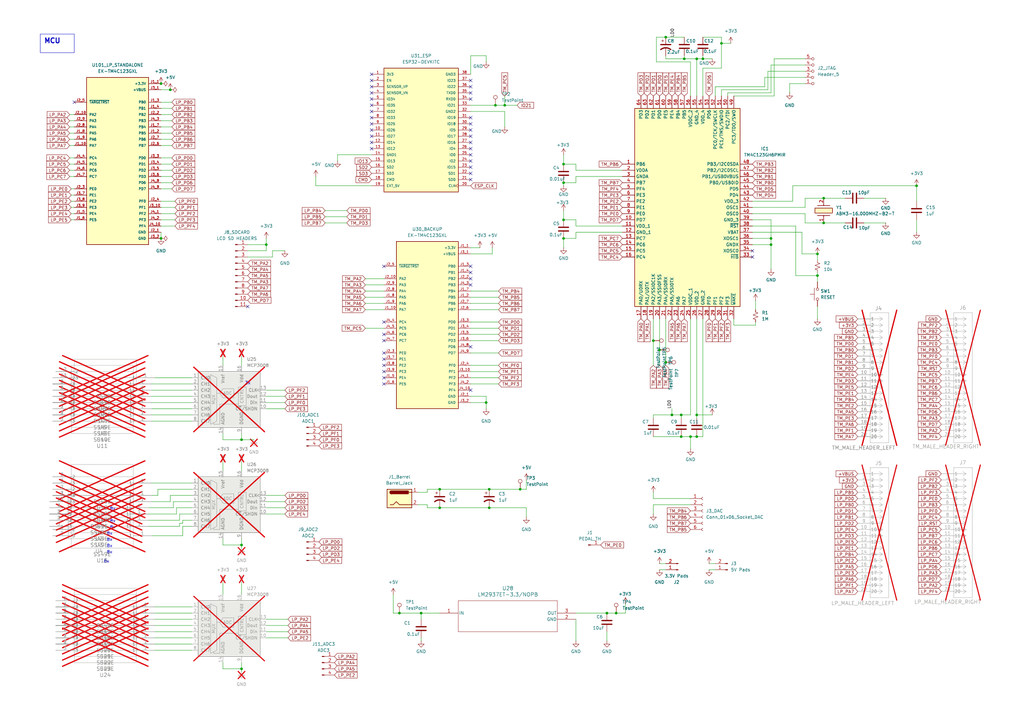
<source format=kicad_sch>
(kicad_sch (version 20231120) (generator "eeschema") (generator_version "8.0")
  (paper "A3")
  (title_block (title "ECE 445L Baseline Project") (date "2024-08-07") (rev "v1.0.1") (company "The University of Texas at Austin"))
  (junction (at 231.14 74.93))
  (junction (at 285.75 24.13))
  (junction (at 252.73 251.46))
  (junction (at 231.14 90.17))
  (junction (at 375.92 76.2))
  (junction (at 200.66 200.66))
  (junction (at 337.82 91.44))
  (junction (at 203.2 43.18))
  (junction (at 273.05 15.24))
  (junction (at 248.92 251.46))
  (junction (at 109.22 100.33))
  (junction (at 335.28 113.03))
  (junction (at 172.72 251.46))
  (junction (at 285.75 179.07))
  (junction (at 66.04 34.29))
  (junction (at 280.67 24.13))
  (junction (at 213.36 200.66))
  (junction (at 288.29 24.13))
  (junction (at 283.21 179.07))
  (junction (at 275.59 170.18))
  (junction (at 66.04 97.79))
  (junction (at 180.34 200.66))
  (junction (at 163.83 251.46))
  (junction (at 267.97 139.7))
  (junction (at 316.23 97.79))
  (junction (at 99.06 180.34))
  (junction (at 337.82 81.28))
  (junction (at 316.23 100.33))
  (junction (at 207.01 43.18))
  (junction (at 99.06 223.52))
  (junction (at 231.14 67.31))
  (junction (at 295.91 17.78))
  (junction (at 180.34 208.28))
  (junction (at 273.05 148.59))
  (junction (at 335.28 104.14))
  (junction (at 199.39 165.1))
  (junction (at 270.51 143.51))
  (junction (at 285.75 170.18))
  (junction (at 231.14 97.79))
  (junction (at 200.66 208.28))
  (junction (at 69.85 36.83))
  (junction (at 279.4 170.18))
  (junction (at 279.4 179.07))
  (junction (at 99.06 274.32))
  (no_connect (at 101.6 125.73))
  (no_connect (at 157.48 157.48))
  (no_connect (at 157.48 109.22))
  (no_connect (at 193.04 33.02))
  (no_connect (at 157.48 139.7))
  (no_connect (at 193.04 114.3))
  (no_connect (at 193.04 40.64))
  (no_connect (at 193.04 109.22))
  (no_connect (at 152.4 33.02))
  (no_connect (at 193.04 35.56))
  (no_connect (at 308.61 102.87))
  (no_connect (at 152.4 58.42))
  (no_connect (at 157.48 149.86))
  (no_connect (at 193.04 160.02))
  (no_connect (at 152.4 30.48))
  (no_connect (at 152.4 50.8))
  (no_connect (at 152.4 40.64))
  (no_connect (at 157.48 132.08))
  (no_connect (at 157.48 154.94))
  (no_connect (at 193.04 73.66))
  (no_connect (at 152.4 45.72))
  (no_connect (at 152.4 38.1))
  (no_connect (at 152.4 60.96))
  (no_connect (at 193.04 53.34))
  (no_connect (at 152.4 48.26))
  (no_connect (at 30.48 41.91))
  (no_connect (at 152.4 35.56))
  (no_connect (at 157.48 147.32))
  (no_connect (at 193.04 55.88))
  (no_connect (at 157.48 152.4))
  (no_connect (at 193.04 63.5))
  (no_connect (at 193.04 142.24))
  (no_connect (at 152.4 53.34))
  (no_connect (at 308.61 105.41))
  (no_connect (at 193.04 38.1))
  (no_connect (at 193.04 68.58))
  (no_connect (at 157.48 144.78))
  (no_connect (at 157.48 137.16))
  (no_connect (at 193.04 60.96))
  (no_connect (at 193.04 66.04))
  (no_connect (at 193.04 50.8))
  (no_connect (at 193.04 111.76))
  (no_connect (at 193.04 71.12))
  (no_connect (at 193.04 116.84))
  (no_connect (at 152.4 43.18))
  (no_connect (at 193.04 48.26))
  (no_connect (at 193.04 58.42))
  (no_connect (at 152.4 55.88))
  (wire (pts (xy 66.04 49.53) (xy 70.485 49.53)))
  (wire (pts (xy 109.22 210.82) (xy 116.84 210.82)))
  (wire (pts (xy 64.77 203.2) (xy 64.77 200.66)))
  (wire (pts (xy 62.23 205.74) (xy 69.85 205.74)))
  (wire (pts (xy 270.51 143.51) (xy 270.51 130.81)))
  (wire (pts (xy 99.06 274.32) (xy 99.06 275.59)))
  (wire (pts (xy 63.5 264.16) (xy 78.74 264.16)))
  (wire (pts (xy 193.04 149.86) (xy 204.47 149.86)))
  (wire (pts (xy 273.05 15.24) (xy 280.67 15.24)))
  (wire (pts (xy 231.14 97.79) (xy 231.14 101.6)))
  (wire (pts (xy 193.04 132.08) (xy 204.47 132.08)))
  (wire (pts (xy 109.22 102.87) (xy 101.6 102.87)))
  (wire (pts (xy 175.26 200.66) (xy 180.34 200.66)))
  (wire (pts (xy 375.92 90.17) (xy 375.92 95.25)))
  (wire (pts (xy 91.44 177.8) (xy 91.44 180.34)))
  (wire (pts (xy 204.47 127) (xy 193.04 127)))
  (wire (pts (xy 193.04 157.48) (xy 204.47 157.48)))
  (wire (pts (xy 308.61 85.09) (xy 330.2 85.09)))
  (wire (pts (xy 316.23 90.17) (xy 316.23 97.79)))
  (wire (pts (xy 149.86 119.38) (xy 157.48 119.38)))
  (wire (pts (xy 204.47 124.46) (xy 193.04 124.46)))
  (wire (pts (xy 149.86 134.62) (xy 157.48 134.62)))
  (wire (pts (xy 293.37 39.37) (xy 293.37 35.56)))
  (wire (pts (xy 66.04 59.69) (xy 70.485 59.69)))
  (wire (pts (xy 295.91 17.78) (xy 299.72 17.78)))
  (wire (pts (xy 66.04 44.45) (xy 70.485 44.45)))
  (wire (pts (xy 62.23 219.71) (xy 74.93 219.71)))
  (wire (pts (xy 285.75 170.18) (xy 285.75 171.45)))
  (wire (pts (xy 99.06 220.98) (xy 99.06 223.52)))
  (wire (pts (xy 99.06 223.52) (xy 99.06 224.79)))
  (wire (pts (xy 63.5 251.46) (xy 78.74 251.46)))
  (wire (pts (xy 256.54 251.46) (xy 252.73 251.46)))
  (wire (pts (xy 66.04 77.47) (xy 70.485 77.47)))
  (wire (pts (xy 161.29 251.46) (xy 163.83 251.46)))
  (wire (pts (xy 293.37 35.56) (xy 313.69 35.56)))
  (wire (pts (xy 171.45 207.01) (xy 175.26 207.01)))
  (wire (pts (xy 28.575 72.39) (xy 30.48 72.39)))
  (wire (pts (xy 74.93 215.9) (xy 78.74 215.9)))
  (wire (pts (xy 109.22 165.1) (xy 116.84 165.1)))
  (wire (pts (xy 273.05 15.24) (xy 269.24 15.24)))
  (wire (pts (xy 111.76 105.41) (xy 111.76 102.87)))
  (wire (pts (xy 295.91 17.78) (xy 295.91 27.94)))
  (wire (pts (xy 66.04 85.09) (xy 71.755 85.09)))
  (wire (pts (xy 308.61 97.79) (xy 316.23 97.79)))
  (wire (pts (xy 204.47 121.92) (xy 193.04 121.92)))
  (wire (pts (xy 29.21 85.09) (xy 30.48 85.09)))
  (wire (pts (xy 236.22 92.71) (xy 236.22 90.17)))
  (wire (pts (xy 207.01 43.18) (xy 203.2 43.18)))
  (wire (pts (xy 133.35 86.36) (xy 142.24 86.36)))
  (wire (pts (xy 325.12 76.2) (xy 375.92 76.2)))
  (wire (pts (xy 288.29 39.37) (xy 288.29 27.94)))
  (wire (pts (xy 279.4 170.18) (xy 279.4 171.45)))
  (wire (pts (xy 236.22 69.85) (xy 236.22 67.31)))
  (wire (pts (xy 330.2 87.63) (xy 330.2 91.44)))
  (wire (pts (xy 28.575 69.85) (xy 30.48 69.85)))
  (wire (pts (xy 172.72 261.62) (xy 172.72 262.89)))
  (wire (pts (xy 28.575 49.53) (xy 30.48 49.53)))
  (wire (pts (xy 267.97 204.47) (xy 283.21 204.47)))
  (wire (pts (xy 63.5 259.08) (xy 78.74 259.08)))
  (wire (pts (xy 66.04 46.99) (xy 70.485 46.99)))
  (wire (pts (xy 193.04 162.56) (xy 199.39 162.56)))
  (wire (pts (xy 273.05 24.13) (xy 280.67 24.13)))
  (wire (pts (xy 109.22 100.33) (xy 101.6 100.33)))
  (wire (pts (xy 375.92 76.2) (xy 375.92 82.55)))
  (wire (pts (xy 236.22 95.25) (xy 236.22 97.79)))
  (wire (pts (xy 101.6 105.41) (xy 111.76 105.41)))
  (wire (pts (xy 326.39 113.03) (xy 335.28 113.03)))
  (wire (pts (xy 267.97 179.07) (xy 279.4 179.07)))
  (wire (pts (xy 285.75 39.37) (xy 285.75 24.13)))
  (wire (pts (xy 193.04 152.4) (xy 204.47 152.4)))
  (wire (pts (xy 109.22 97.79) (xy 109.22 100.33)))
  (wire (pts (xy 66.04 95.25) (xy 66.04 97.79)))
  (wire (pts (xy 288.29 179.07) (xy 285.75 179.07)))
  (wire (pts (xy 326.39 92.71) (xy 326.39 113.03)))
  (wire (pts (xy 298.45 38.1) (xy 316.23 38.1)))
  (wire (pts (xy 193.04 165.1) (xy 199.39 165.1)))
  (wire (pts (xy 279.4 179.07) (xy 283.21 179.07)))
  (wire (pts (xy 317.5 39.37) (xy 317.5 24.13)))
  (wire (pts (xy 73.66 214.63) (xy 74.93 214.63)))
  (wire (pts (xy 62.23 165.1) (xy 78.74 165.1)))
  (wire (pts (xy 99.06 271.78) (xy 99.06 274.32)))
  (wire (pts (xy 29.21 80.01) (xy 30.48 80.01)))
  (wire (pts (xy 129.54 76.2) (xy 152.4 76.2)))
  (wire (pts (xy 109.22 205.74) (xy 116.84 205.74)))
  (wire (pts (xy 66.04 92.71) (xy 71.755 92.71)))
  (wire (pts (xy 29.21 77.47) (xy 30.48 77.47)))
  (wire (pts (xy 267.97 149.86) (xy 267.97 139.7)))
  (wire (pts (xy 236.22 254) (xy 236.22 262.89)))
  (wire (pts (xy 109.22 203.2) (xy 116.84 203.2)))
  (wire (pts (xy 201.93 104.14) (xy 201.93 101.6)))
  (wire (pts (xy 109.22 100.33) (xy 109.22 102.87)))
  (wire (pts (xy 73.66 213.36) (xy 73.66 210.82)))
  (wire (pts (xy 267.97 201.93) (xy 267.97 204.47)))
  (wire (pts (xy 193.04 104.14) (xy 201.93 104.14)))
  (wire (pts (xy 28.575 57.15) (xy 30.48 57.15)))
  (wire (pts (xy 99.06 189.23) (xy 99.06 193.04)))
  (wire (pts (xy 149.86 114.3) (xy 157.48 114.3)))
  (wire (pts (xy 255.27 72.39) (xy 236.22 72.39)))
  (wire (pts (xy 66.04 87.63) (xy 71.755 87.63)))
  (wire (pts (xy 109.22 261.62) (xy 118.11 261.62)))
  (wire (pts (xy 354.33 91.44) (xy 363.22 91.44)))
  (wire (pts (xy 62.23 172.72) (xy 78.74 172.72)))
  (wire (pts (xy 215.9 208.28) (xy 200.66 208.28)))
  (wire (pts (xy 215.9 212.09) (xy 215.9 208.28)))
  (wire (pts (xy 73.66 215.9) (xy 73.66 214.63)))
  (wire (pts (xy 215.9 200.66) (xy 213.36 200.66)))
  (wire (pts (xy 72.39 210.82) (xy 72.39 208.28)))
  (wire (pts (xy 74.93 213.36) (xy 78.74 213.36)))
  (wire (pts (xy 270.51 233.68) (xy 273.05 233.68)))
  (wire (pts (xy 109.22 259.08) (xy 118.11 259.08)))
  (wire (pts (xy 308.61 90.17) (xy 316.23 90.17)))
  (wire (pts (xy 308.61 82.55) (xy 325.12 82.55)))
  (wire (pts (xy 313.69 35.56) (xy 313.69 31.75)))
  (wire (pts (xy 69.85 205.74) (xy 69.85 203.2)))
  (wire (pts (xy 300.99 130.81) (xy 300.99 133.35)))
  (wire (pts (xy 283.21 179.07) (xy 283.21 184.15)))
  (wire (pts (xy 73.66 210.82) (xy 78.74 210.82)))
  (wire (pts (xy 62.23 170.18) (xy 78.74 170.18)))
  (wire (pts (xy 62.23 198.12) (xy 78.74 198.12)))
  (wire (pts (xy 66.04 41.91) (xy 70.485 41.91)))
  (wire (pts (xy 62.23 167.64) (xy 78.74 167.64)))
  (wire (pts (xy 288.29 27.94) (xy 295.91 27.94)))
  (wire (pts (xy 292.1 170.18) (xy 285.75 170.18)))
  (wire (pts (xy 91.44 220.98) (xy 91.44 223.52)))
  (wire (pts (xy 29.21 87.63) (xy 30.48 87.63)))
  (wire (pts (xy 248.92 259.08) (xy 248.92 262.89)))
  (wire (pts (xy 109.22 167.64) (xy 116.84 167.64)))
  (wire (pts (xy 252.73 251.46) (xy 248.92 251.46)))
  (wire (pts (xy 60.96 213.36) (xy 73.66 213.36)))
  (wire (pts (xy 337.82 81.28) (xy 346.71 81.28)))
  (wire (pts (xy 335.28 113.03) (xy 335.28 115.57)))
  (wire (pts (xy 91.44 238.76) (xy 91.44 243.84)))
  (wire (pts (xy 316.23 38.1) (xy 316.23 26.67)))
  (wire (pts (xy 149.86 124.46) (xy 157.48 124.46)))
  (wire (pts (xy 193.04 30.48) (xy 193.04 22.86)))
  (wire (pts (xy 133.35 88.9) (xy 142.24 88.9)))
  (wire (pts (xy 28.575 46.99) (xy 30.48 46.99)))
  (wire (pts (xy 231.14 63.5) (xy 231.14 67.31)))
  (wire (pts (xy 91.44 180.34) (xy 99.06 180.34)))
  (wire (pts (xy 215.9 196.85) (xy 215.9 200.66)))
  (wire (pts (xy 109.22 162.56) (xy 116.84 162.56)))
  (wire (pts (xy 298.45 39.37) (xy 298.45 38.1)))
  (wire (pts (xy 308.61 87.63) (xy 330.2 87.63)))
  (wire (pts (xy 28.575 52.07) (xy 30.48 52.07)))
  (wire (pts (xy 288.29 130.81) (xy 288.29 179.07)))
  (wire (pts (xy 323.85 34.29) (xy 330.2 34.29)))
  (wire (pts (xy 207.01 45.72) (xy 207.01 52.07)))
  (wire (pts (xy 273.05 22.86) (xy 273.05 24.13)))
  (wire (pts (xy 231.14 86.36) (xy 231.14 90.17)))
  (wire (pts (xy 66.04 36.83) (xy 69.85 36.83)))
  (wire (pts (xy 330.2 91.44) (xy 337.82 91.44)))
  (wire (pts (xy 275.59 170.18) (xy 279.4 170.18)))
  (wire (pts (xy 308.61 92.71) (xy 326.39 92.71)))
  (wire (pts (xy 255.27 92.71) (xy 236.22 92.71)))
  (wire (pts (xy 99.06 180.34) (xy 99.06 177.8)))
  (wire (pts (xy 203.2 43.18) (xy 193.04 43.18)))
  (wire (pts (xy 193.04 22.86) (xy 199.39 22.86)))
  (wire (pts (xy 111.76 102.87) (xy 116.84 102.87)))
  (wire (pts (xy 317.5 24.13) (xy 330.2 24.13)))
  (wire (pts (xy 29.21 90.17) (xy 30.48 90.17)))
  (wire (pts (xy 109.22 254) (xy 118.11 254)))
  (wire (pts (xy 193.04 101.6) (xy 196.85 101.6)))
  (wire (pts (xy 63.5 256.54) (xy 78.74 256.54)))
  (wire (pts (xy 28.575 59.69) (xy 30.48 59.69)))
  (wire (pts (xy 337.82 91.44) (xy 346.71 91.44)))
  (wire (pts (xy 175.26 208.28) (xy 180.34 208.28)))
  (wire (pts (xy 62.23 157.48) (xy 78.74 157.48)))
  (wire (pts (xy 74.93 219.71) (xy 74.93 215.9)))
  (wire (pts (xy 335.28 125.73) (xy 335.28 130.81)))
  (wire (pts (xy 104.14 180.34) (xy 99.06 180.34)))
  (wire (pts (xy 60.96 215.9) (xy 73.66 215.9)))
  (wire (pts (xy 99.06 146.05) (xy 99.06 149.86)))
  (wire (pts (xy 163.83 251.46) (xy 172.72 251.46)))
  (wire (pts (xy 288.29 15.24) (xy 295.91 15.24)))
  (wire (pts (xy 64.77 200.66) (xy 78.74 200.66)))
  (wire (pts (xy 28.575 54.61) (xy 30.48 54.61)))
  (wire (pts (xy 269.24 25.4) (xy 283.21 25.4)))
  (wire (pts (xy 175.26 201.93) (xy 175.26 200.66)))
  (wire (pts (xy 267.97 207.01) (xy 283.21 207.01)))
  (wire (pts (xy 335.28 104.14) (xy 335.28 106.68)))
  (wire (pts (xy 180.34 200.66) (xy 200.66 200.66)))
  (wire (pts (xy 236.22 251.46) (xy 248.92 251.46)))
  (wire (pts (xy 275.59 167.64) (xy 275.59 170.18)))
  (wire (pts (xy 290.83 231.14) (xy 293.37 231.14)))
  (wire (pts (xy 255.27 95.25) (xy 236.22 95.25)))
  (wire (pts (xy 63.5 248.92) (xy 78.74 248.92)))
  (wire (pts (xy 138.43 63.5) (xy 138.43 66.04)))
  (wire (pts (xy 283.21 179.07) (xy 285.75 179.07)))
  (wire (pts (xy 323.85 38.1) (xy 323.85 34.29)))
  (wire (pts (xy 71.12 208.28) (xy 71.12 205.74)))
  (wire (pts (xy 172.72 251.46) (xy 180.34 251.46)))
  (wire (pts (xy 354.33 81.28) (xy 363.22 81.28)))
  (wire (pts (xy 91.44 274.32) (xy 99.06 274.32)))
  (wire (pts (xy 270.51 231.14) (xy 273.05 231.14)))
  (wire (pts (xy 172.72 251.46) (xy 172.72 254)))
  (wire (pts (xy 149.86 121.92) (xy 157.48 121.92)))
  (wire (pts (xy 309.88 123.19) (xy 309.88 127)))
  (wire (pts (xy 149.86 127) (xy 157.48 127)))
  (wire (pts (xy 199.39 22.86) (xy 199.39 25.4)))
  (wire (pts (xy 66.04 72.39) (xy 70.485 72.39)))
  (wire (pts (xy 236.22 72.39) (xy 236.22 74.93)))
  (wire (pts (xy 280.67 22.86) (xy 280.67 24.13)))
  (wire (pts (xy 199.39 165.1) (xy 199.39 167.64)))
  (wire (pts (xy 60.96 208.28) (xy 71.12 208.28)))
  (wire (pts (xy 193.04 134.62) (xy 204.47 134.62)))
  (wire (pts (xy 270.51 149.86) (xy 270.51 143.51)))
  (wire (pts (xy 152.4 63.5) (xy 138.43 63.5)))
  (wire (pts (xy 171.45 201.93) (xy 175.26 201.93)))
  (wire (pts (xy 236.22 74.93) (xy 231.14 74.93)))
  (wire (pts (xy 63.5 254) (xy 78.74 254)))
  (wire (pts (xy 212.09 43.18) (xy 207.01 43.18)))
  (wire (pts (xy 109.22 208.28) (xy 116.84 208.28)))
  (wire (pts (xy 255.27 69.85) (xy 236.22 69.85)))
  (wire (pts (xy 62.23 162.56) (xy 78.74 162.56)))
  (wire (pts (xy 316.23 26.67) (xy 330.2 26.67)))
  (wire (pts (xy 193.04 144.78) (xy 204.47 144.78)))
  (wire (pts (xy 316.23 97.79) (xy 316.23 100.33)))
  (wire (pts (xy 69.85 203.2) (xy 78.74 203.2)))
  (wire (pts (xy 295.91 15.24) (xy 295.91 17.78)))
  (wire (pts (xy 267.97 210.82) (xy 267.97 207.01)))
  (wire (pts (xy 283.21 25.4) (xy 283.21 39.37)))
  (wire (pts (xy 256.54 247.65) (xy 256.54 251.46)))
  (wire (pts (xy 300.99 39.37) (xy 317.5 39.37)))
  (wire (pts (xy 91.44 271.78) (xy 91.44 274.32)))
  (wire (pts (xy 328.93 104.14) (xy 328.93 95.25)))
  (wire (pts (xy 236.22 97.79) (xy 231.14 97.79)))
  (wire (pts (xy 283.21 170.18) (xy 279.4 170.18)))
  (wire (pts (xy 109.22 256.54) (xy 118.11 256.54)))
  (wire (pts (xy 91.44 189.23) (xy 91.44 193.04)))
  (wire (pts (xy 193.04 137.16) (xy 204.47 137.16)))
  (wire (pts (xy 63.5 266.7) (xy 78.74 266.7)))
  (wire (pts (xy 63.5 261.62) (xy 78.74 261.62)))
  (wire (pts (xy 62.23 160.02) (xy 78.74 160.02)))
  (wire (pts (xy 91.44 146.05) (xy 91.44 149.86)))
  (wire (pts (xy 66.04 90.17) (xy 71.755 90.17)))
  (wire (pts (xy 161.29 243.84) (xy 161.29 251.46)))
  (wire (pts (xy 66.04 82.55) (xy 71.755 82.55)))
  (wire (pts (xy 316.23 100.33) (xy 316.23 110.49)))
  (wire (pts (xy 283.21 130.81) (xy 283.21 170.18)))
  (wire (pts (xy 193.04 154.94) (xy 204.47 154.94)))
  (wire (pts (xy 72.39 208.28) (xy 78.74 208.28)))
  (wire (pts (xy 207.01 39.37) (xy 207.01 43.18)))
  (wire (pts (xy 133.35 91.44) (xy 142.24 91.44)))
  (wire (pts (xy 335.28 111.76) (xy 335.28 113.03)))
  (wire (pts (xy 66.04 52.07) (xy 70.485 52.07)))
  (wire (pts (xy 66.04 74.93) (xy 70.485 74.93)))
  (wire (pts (xy 267.97 170.18) (xy 275.59 170.18)))
  (wire (pts (xy 66.04 64.77) (xy 70.485 64.77)))
  (wire (pts (xy 330.2 85.09) (xy 330.2 81.28)))
  (wire (pts (xy 199.39 162.56) (xy 199.39 165.1)))
  (wire (pts (xy 99.06 238.76) (xy 99.06 243.84)))
  (wire (pts (xy 314.96 29.21) (xy 330.2 29.21)))
  (wire (pts (xy 267.97 171.45) (xy 267.97 170.18)))
  (wire (pts (xy 175.26 207.01) (xy 175.26 208.28)))
  (wire (pts (xy 236.22 90.17) (xy 231.14 90.17)))
  (wire (pts (xy 231.14 76.2) (xy 231.14 74.93)))
  (wire (pts (xy 28.575 64.77) (xy 30.48 64.77)))
  (wire (pts (xy 285.75 130.81) (xy 285.75 170.18)))
  (wire (pts (xy 129.54 72.39) (xy 129.54 76.2)))
  (wire (pts (xy 273.05 149.86) (xy 273.05 148.59)))
  (wire (pts (xy 280.67 24.13) (xy 285.75 24.13)))
  (wire (pts (xy 314.96 36.83) (xy 314.96 29.21)))
  (wire (pts (xy 309.88 133.35) (xy 309.88 132.08)))
  (wire (pts (xy 62.23 203.2) (xy 64.77 203.2)))
  (wire (pts (xy 193.04 45.72) (xy 207.01 45.72)))
  (wire (pts (xy 288.29 24.13) (xy 292.1 24.13)))
  (wire (pts (xy 71.12 205.74) (xy 78.74 205.74)))
  (wire (pts (xy 308.61 100.33) (xy 316.23 100.33)))
  (wire (pts (xy 236.22 67.31) (xy 231.14 67.31)))
  (wire (pts (xy 325.12 82.55) (xy 325.12 76.2)))
  (wire (pts (xy 66.04 67.31) (xy 70.485 67.31)))
  (wire (pts (xy 28.575 67.31) (xy 30.48 67.31)))
  (wire (pts (xy 193.04 139.7) (xy 204.47 139.7)))
  (wire (pts (xy 91.44 223.52) (xy 99.06 223.52)))
  (wire (pts (xy 295.91 36.83) (xy 314.96 36.83)))
  (wire (pts (xy 285.75 24.13) (xy 288.29 24.13)))
  (wire (pts (xy 66.04 54.61) (xy 70.485 54.61)))
  (wire (pts (xy 288.29 22.86) (xy 288.29 24.13)))
  (wire (pts (xy 269.24 15.24) (xy 269.24 25.4)))
  (wire (pts (xy 300.99 133.35) (xy 309.88 133.35)))
  (wire (pts (xy 290.83 233.68) (xy 293.37 233.68)))
  (wire (pts (xy 66.04 69.85) (xy 70.485 69.85)))
  (wire (pts (xy 66.04 57.15) (xy 70.485 57.15)))
  (wire (pts (xy 29.21 82.55) (xy 30.48 82.55)))
  (wire (pts (xy 63.5 154.94) (xy 78.74 154.94)))
  (wire (pts (xy 313.69 31.75) (xy 330.2 31.75)))
  (wire (pts (xy 267.97 139.7) (xy 267.97 130.81)))
  (wire (pts (xy 330.2 81.28) (xy 337.82 81.28)))
  (wire (pts (xy 204.47 119.38) (xy 193.04 119.38)))
  (wire (pts (xy 74.93 214.63) (xy 74.93 213.36)))
  (wire (pts (xy 60.96 210.82) (xy 72.39 210.82)))
  (wire (pts (xy 180.34 208.28) (xy 200.66 208.28)))
  (wire (pts (xy 149.86 116.84) (xy 157.48 116.84)))
  (wire (pts (xy 335.28 104.14) (xy 328.93 104.14)))
  (wire (pts (xy 109.22 160.02) (xy 116.84 160.02)))
  (wire (pts (xy 295.91 39.37) (xy 295.91 36.83)))
  (wire (pts (xy 273.05 148.59) (xy 273.05 130.81)))
  (wire (pts (xy 328.93 95.25) (xy 308.61 95.25)))
  (wire (pts (xy 213.36 200.66) (xy 200.66 200.66)))
  (text_box "MCU" (at 16.51 13.97 0) (size 13.97 7.62) (effects (font (size 2 2) (thickness 0.4) (bold yes)) (justify left top)))
  (text "8x" (at 46.228 213.868 0) (effects (font (size 1.27 1.27))))
  (text "8x" (at 46.228 208.788 0) (effects (font (size 1.27 1.27))))
  (text "3x\n" (at 101.6 157.226 0) (effects (font (size 1.27 1.27))))
  (text "8x" (at 43.688 230.378 0) (effects (font (size 1.27 1.27))))
  (text "8x" (at 44.958 221.488 0) (effects (font (size 1.27 1.27))))
  (text "8x" (at 44.958 226.568 0) (effects (font (size 1.27 1.27))))
  (text "8x" (at 44.958 224.028 0) (effects (font (size 1.27 1.27))))
  (text "8x" (at 44.958 218.948 0) (effects (font (size 1.27 1.27))))
  (text "8x" (at 46.228 216.408 0) (effects (font (size 1.27 1.27))))
  (label "LD0" (at 276.86 15.24 90))
  (label "LD0" (at 275.59 167.64 90))
  (global_label "TM_PA6" (shape input) (at 149.86 124.46 180) (property "Intersheetrefs" "${INTERSHEET_REFS}" (effects (hide yes))))
  (global_label "TM_PF0" (shape input) (at 290.83 130.81 270) (property "Intersheetrefs" "${INTERSHEET_REFS}" (effects (hide yes))))
  (global_label "TM_PC5" (shape input) (at 386.08 153.67 180) (property "Intersheetrefs" "${INTERSHEET_REFS}" (effects (hide yes))))
  (global_label "TM_PA3" (shape input) (at 149.86 116.84 180) (property "Intersheetrefs" "${INTERSHEET_REFS}" (effects (hide yes))))
  (global_label "+VBUS" (shape input) (at 351.79 194.31 180) (property "Intersheetrefs" "${INTERSHEET_REFS}" (effects (hide yes))))
  (global_label "TM_PD0" (shape input) (at 351.79 140.97 180) (property "Intersheetrefs" "${INTERSHEET_REFS}" (effects (hide yes))))
  (global_label "TM_PD0" (shape input) (at 270.51 39.37 90) (property "Intersheetrefs" "${INTERSHEET_REFS}" (effects (hide yes))))
  (global_label "LP_PA2" (shape input) (at 118.11 254 0) (property "Intersheetrefs" "${INTERSHEET_REFS}" (effects (hide yes))))
  (global_label "LP_PE2" (shape input) (at 351.79 229.87 180) (property "Intersheetrefs" "${INTERSHEET_REFS}" (effects (hide yes))))
  (global_label "TM_PA6" (shape input) (at 101.6 120.65 0) (property "Intersheetrefs" "${INTERSHEET_REFS}" (effects (hide yes))))
  (global_label "LP_PC5" (shape input) (at 28.575 67.31 180) (property "Intersheetrefs" "${INTERSHEET_REFS}" (effects (hide yes))))
  (global_label "TM_PD1" (shape input) (at 204.47 134.62 0) (property "Intersheetrefs" "${INTERSHEET_REFS}" (effects (hide yes))))
  (global_label "LP_PF1" (shape input) (at 351.79 240.03 180) (property "Intersheetrefs" "${INTERSHEET_REFS}" (effects (hide yes))))
  (global_label "LP_PB6" (shape input) (at 70.485 57.15 0) (property "Intersheetrefs" "${INTERSHEET_REFS}" (effects (hide yes))))
  (global_label "LP_PE3" (shape input) (at 116.84 167.64 0) (property "Intersheetrefs" "${INTERSHEET_REFS}" (effects (hide yes))))
  (global_label "TM_PA2" (shape input) (at 101.6 107.95 0) (property "Intersheetrefs" "${INTERSHEET_REFS}" (effects (hide yes))))
  (global_label "TM_PD2" (shape input) (at 204.47 137.16 0) (property "Intersheetrefs" "${INTERSHEET_REFS}" (effects (hide yes))))
  (global_label "LP_PF2" (shape input) (at 116.84 160.02 0) (property "Intersheetrefs" "${INTERSHEET_REFS}" (effects (hide yes))))
  (global_label "LP_PD0" (shape input) (at 116.84 203.2 0) (property "Intersheetrefs" "${INTERSHEET_REFS}" (effects (hide yes))))
  (global_label "IO21" (shape input) (at 212.09 43.18 0) (property "Intersheetrefs" "${INTERSHEET_REFS}" (effects (hide yes))))
  (global_label "LP_PF0" (shape input) (at 116.84 165.1 0) (property "Intersheetrefs" "${INTERSHEET_REFS}" (effects (hide yes))))
  (global_label "TM_PB6" (shape input) (at 204.47 124.46 0) (property "Intersheetrefs" "${INTERSHEET_REFS}" (effects (hide yes))))
  (global_label "TM_PA7" (shape input) (at 101.6 118.11 0) (property "Intersheetrefs" "${INTERSHEET_REFS}" (effects (hide yes))))
  (global_label "TM_PA2" (shape input) (at 386.08 176.53 180) (property "Intersheetrefs" "${INTERSHEET_REFS}" (effects (hide yes))))
  (global_label "TM_PF0" (shape input) (at 204.47 149.86 0) (property "Intersheetrefs" "${INTERSHEET_REFS}" (effects (hide yes))))
  (global_label "+3V3" (shape input) (at 351.79 196.85 180) (property "Intersheetrefs" "${INTERSHEET_REFS}" (effects (hide yes))))
  (global_label "CMD" (shape input) (at 152.4 73.66 180) (property "Intersheetrefs" "${INTERSHEET_REFS}" (effects (hide yes))))
  (global_label "LP_PB2" (shape input) (at 70.485 46.99 0) (property "Intersheetrefs" "${INTERSHEET_REFS}" (effects (hide yes))))
  (global_label "LP_PA7" (shape input) (at 28.575 59.69 180) (property "Intersheetrefs" "${INTERSHEET_REFS}" (effects (hide yes))))
  (global_label "LP_PA4" (shape input) (at 28.575 52.07 180) (property "Intersheetrefs" "${INTERSHEET_REFS}" (effects (hide yes))))
  (global_label "LP_PE3" (shape input) (at 351.79 234.95 180) (property "Intersheetrefs" "${INTERSHEET_REFS}" (effects (hide yes))))
  (global_label "IO13" (shape input) (at 152.4 66.04 180) (property "Intersheetrefs" "${INTERSHEET_REFS}" (effects (hide yes))))
  (global_label "LP_PA4" (shape input) (at 137.16 271.78 0) (property "Intersheetrefs" "${INTERSHEET_REFS}" (effects (hide yes))))
  (global_label "TM_PB5" (shape input) (at 283.21 217.17 180) (property "Intersheetrefs" "${INTERSHEET_REFS}" (effects (hide yes))))
  (global_label "TM_PB6" (shape input) (at 386.08 161.29 180) (property "Intersheetrefs" "${INTERSHEET_REFS}" (effects (hide yes))))
  (global_label "TM_PD3" (shape input) (at 262.89 39.37 90) (property "Intersheetrefs" "${INTERSHEET_REFS}" (effects (hide yes))))
  (global_label "TM_PB7" (shape input) (at 386.08 156.21 180) (property "Intersheetrefs" "${INTERSHEET_REFS}" (effects (hide yes))))
  (global_label "TM_PD0" (shape input) (at 142.24 86.36 0) (property "Intersheetrefs" "${INTERSHEET_REFS}" (effects (hide yes))))
  (global_label "TM_PC5" (shape input) (at 207.01 39.37 90) (property "Intersheetrefs" "${INTERSHEET_REFS}" (effects (hide yes))))
  (global_label "LP_PB5" (shape input) (at 70.485 54.61 0) (property "Intersheetrefs" "${INTERSHEET_REFS}" (effects (hide yes))))
  (global_label "TM_PB7" (shape input) (at 204.47 127 0) (property "Intersheetrefs" "${INTERSHEET_REFS}" (effects (hide yes))))
  (global_label "TM_PD4" (shape input) (at 308.61 80.01 0) (property "Intersheetrefs" "${INTERSHEET_REFS}" (effects (hide yes))))
  (global_label "TM_PD3" (shape input) (at 351.79 156.21 180) (property "Intersheetrefs" "${INTERSHEET_REFS}" (effects (hide yes))))
  (global_label "TM_PA5" (shape input) (at 275.59 130.81 270) (property "Intersheetrefs" "${INTERSHEET_REFS}" (effects (hide yes))))
  (global_label "LP_PB3" (shape input) (at 70.485 49.53 0) (property "Intersheetrefs" "${INTERSHEET_REFS}" (effects (hide yes))))
  (global_label "TM_PE0" (shape input) (at 255.27 87.63 180) (property "Intersheetrefs" "${INTERSHEET_REFS}" (effects (hide yes))))
  (global_label "LP_PD7" (shape input) (at 70.485 77.47 0) (property "Intersheetrefs" "${INTERSHEET_REFS}" (effects (hide yes))))
  (global_label "LP_PB7" (shape input) (at 133.35 91.44 180) (property "Intersheetrefs" "${INTERSHEET_REFS}" (effects (hide yes))))
  (global_label "LP_PE0" (shape input) (at 29.21 77.47 180) (property "Intersheetrefs" "${INTERSHEET_REFS}" (effects (hide yes))))
  (global_label "TM_PB2" (shape input) (at 386.08 135.89 180) (property "Intersheetrefs" "${INTERSHEET_REFS}" (effects (hide yes))))
  (global_label "LP_PD3" (shape input) (at 116.84 208.28 0) (property "Intersheetrefs" "${INTERSHEET_REFS}" (effects (hide yes))))
  (global_label "TM_PD2" (shape input) (at 265.43 39.37 90) (property "Intersheetrefs" "${INTERSHEET_REFS}" (effects (hide yes))))
  (global_label "LP_PC5" (shape input) (at 386.08 217.17 180) (property "Intersheetrefs" "${INTERSHEET_REFS}" (effects (hide yes))))
  (global_label "LP_PC7" (shape input) (at 386.08 227.33 180) (property "Intersheetrefs" "${INTERSHEET_REFS}" (effects (hide yes))))
  (global_label "LP_PB2" (shape input) (at 386.08 199.39 180) (property "Intersheetrefs" "${INTERSHEET_REFS}" (effects (hide yes))))
  (global_label "LP_PF1" (shape input) (at 116.84 162.56 0) (property "Intersheetrefs" "${INTERSHEET_REFS}" (effects (hide yes))))
  (global_label "TM_PA3" (shape input) (at 101.6 115.57 0) (property "Intersheetrefs" "${INTERSHEET_REFS}" (effects (hide yes))))
  (global_label "LP_PD1" (shape input) (at 70.485 67.31 0) (property "Intersheetrefs" "${INTERSHEET_REFS}" (effects (hide yes))))
  (global_label "TM_PB5" (shape input) (at 280.67 39.37 90) (property "Intersheetrefs" "${INTERSHEET_REFS}" (effects (hide yes))))
  (global_label "TM_PC6" (shape input) (at 255.27 100.33 180) (property "Intersheetrefs" "${INTERSHEET_REFS}" (effects (hide yes))))
  (global_label "LP_PB0" (shape input) (at 351.79 207.01 180) (property "Intersheetrefs" "${INTERSHEET_REFS}" (effects (hide yes))))
  (global_label "LP_PD2" (shape input) (at 351.79 214.63 180) (property "Intersheetrefs" "${INTERSHEET_REFS}" (effects (hide yes))))
  (global_label "LP_PF3" (shape input) (at 386.08 201.93 180) (property "Intersheetrefs" "${INTERSHEET_REFS}" (effects (hide yes))))
  (global_label "TM_PD3" (shape input) (at 142.24 91.44 0) (property "Intersheetrefs" "${INTERSHEET_REFS}" (effects (hide yes))))
  (global_label "LP_PA2" (shape input) (at 386.08 240.03 180) (property "Intersheetrefs" "${INTERSHEET_REFS}" (effects (hide yes))))
  (global_label "TM_PD3" (shape input) (at 204.47 139.7 0) (property "Intersheetrefs" "${INTERSHEET_REFS}" (effects (hide yes))))
  (global_label "TM_PF3" (shape input) (at 386.08 138.43 180) (property "Intersheetrefs" "${INTERSHEET_REFS}" (effects (hide yes))))
  (global_label "TM_PA6" (shape input) (at 278.13 130.81 270) (property "Intersheetrefs" "${INTERSHEET_REFS}" (effects (hide yes))))
  (global_label "LP_PF2" (shape input) (at 386.08 196.85 180) (property "Intersheetrefs" "${INTERSHEET_REFS}" (effects (hide yes))))
  (global_label "TM_PA4" (shape input) (at 149.86 119.38 180) (property "Intersheetrefs" "${INTERSHEET_REFS}" (effects (hide yes))))
  (global_label "GND" (shape input) (at 386.08 194.31 180) (property "Intersheetrefs" "${INTERSHEET_REFS}" (effects (hide yes))))
  (global_label "LP_PF4" (shape input) (at 71.755 92.71 0) (property "Intersheetrefs" "${INTERSHEET_REFS}" (effects (hide yes))))
  (global_label "LP_PE3" (shape input) (at 29.21 85.09 180) (property "Intersheetrefs" "${INTERSHEET_REFS}" (effects (hide yes))))
  (global_label "LP_PC7" (shape input) (at 28.575 72.39 180) (property "Intersheetrefs" "${INTERSHEET_REFS}" (effects (hide yes))))
  (global_label "TM_PF3" (shape input) (at 298.45 130.81 270) (property "Intersheetrefs" "${INTERSHEET_REFS}" (effects (hide yes))))
  (global_label "LP_PD0" (shape input) (at 351.79 204.47 180) (property "Intersheetrefs" "${INTERSHEET_REFS}" (effects (hide yes))))
  (global_label "TM_PA5" (shape input) (at 149.86 121.92 180) (property "Intersheetrefs" "${INTERSHEET_REFS}" (effects (hide yes))))
  (global_label "TM_PB5" (shape input) (at 351.79 138.43 180) (property "Intersheetrefs" "${INTERSHEET_REFS}" (effects (hide yes))))
  (global_label "LP_PE0" (shape input) (at 386.08 204.47 180) (property "Intersheetrefs" "${INTERSHEET_REFS}" (effects (hide yes))))
  (global_label "TM_PB4" (shape input) (at 278.13 39.37 90) (property "Intersheetrefs" "${INTERSHEET_REFS}" (effects (hide yes))))
  (global_label "TM_PA4" (shape input) (at 273.05 149.86 270) (property "Intersheetrefs" "${INTERSHEET_REFS}" (effects (hide yes))))
  (global_label "LP_PE5" (shape input) (at 351.79 222.25 180) (property "Intersheetrefs" "${INTERSHEET_REFS}" (effects (hide yes))))
  (global_label "TM_PB6" (shape input) (at 255.27 67.31 180) (property "Intersheetrefs" "${INTERSHEET_REFS}" (effects (hide yes))))
  (global_label "TM_PA4" (shape input) (at 101.6 110.49 0) (property "Intersheetrefs" "${INTERSHEET_REFS}" (effects (hide yes))))
  (global_label "TM_PE4" (shape input) (at 351.79 153.67 180) (property "Intersheetrefs" "${INTERSHEET_REFS}" (effects (hide yes))))
  (global_label "TM_PA1" (shape input) (at 265.43 130.81 270) (property "Intersheetrefs" "${INTERSHEET_REFS}" (effects (hide yes))))
  (global_label "LP_PE2" (shape input) (at 29.21 82.55 180) (property "Intersheetrefs" "${INTERSHEET_REFS}" (effects (hide yes))))
  (global_label "LP_PA3" (shape input) (at 28.575 49.53 180) (property "Intersheetrefs" "${INTERSHEET_REFS}" (effects (hide yes))))
  (global_label "LP_PB4" (shape input) (at 133.35 86.36 180) (property "Intersheetrefs" "${INTERSHEET_REFS}" (effects (hide yes))))
  (global_label "TM_PD7" (shape input) (at 386.08 173.99 180) (property "Intersheetrefs" "${INTERSHEET_REFS}" (effects (hide yes))))
  (global_label "LP_PC4" (shape input) (at 386.08 212.09 180) (property "Intersheetrefs" "${INTERSHEET_REFS}" (effects (hide yes))))
  (global_label "LP_PE4" (shape input) (at 29.21 87.63 180) (property "Intersheetrefs" "${INTERSHEET_REFS}" (effects (hide yes))))
  (global_label "LP_PD6" (shape input) (at 386.08 232.41 180) (property "Intersheetrefs" "${INTERSHEET_REFS}" (effects (hide yes))))
  (global_label "LP_PA7" (shape input) (at 351.79 242.57 180) (property "Intersheetrefs" "${INTERSHEET_REFS}" (effects (hide yes))))
  (global_label "LP_PD2" (shape input) (at 130.81 224.79 0) (property "Intersheetrefs" "${INTERSHEET_REFS}" (effects (hide yes))))
  (global_label "LP_PC4" (shape input) (at 28.575 64.77 180) (property "Intersheetrefs" "${INTERSHEET_REFS}" (effects (hide yes))))
  (global_label "TM_PD6" (shape input) (at 386.08 168.91 180) (property "Intersheetrefs" "${INTERSHEET_REFS}" (effects (hide yes))))
  (global_label "TM_PB1" (shape input) (at 351.79 148.59 180) (property "Intersheetrefs" "${INTERSHEET_REFS}" (effects (hide yes))))
  (global_label "LP_PB0" (shape input) (at 70.485 41.91 0) (property "Intersheetrefs" "${INTERSHEET_REFS}" (effects (hide yes))))
  (global_label "LP_PE2" (shape input) (at 118.11 261.62 0) (property "Intersheetrefs" "${INTERSHEET_REFS}" (effects (hide yes))))
  (global_label "TM_PE2" (shape input) (at 255.27 82.55 180) (property "Intersheetrefs" "${INTERSHEET_REFS}" (effects (hide yes))))
  (global_label "TM_PF1" (shape input) (at 351.79 176.53 180) (property "Intersheetrefs" "${INTERSHEET_REFS}" (effects (hide yes))))
  (global_label "TM_PD1" (shape input) (at 142.24 88.9 0) (property "Intersheetrefs" "${INTERSHEET_REFS}" (effects (hide yes))))
  (global_label "LP_PE1" (shape input) (at 29.21 80.01 180) (property "Intersheetrefs" "${INTERSHEET_REFS}" (effects (hide yes))))
  (global_label "LP_PF4" (shape input) (at 386.08 242.57 180) (property "Intersheetrefs" "${INTERSHEET_REFS}" (effects (hide yes))))
  (global_label "SD3" (shape input) (at 152.4 71.12 180) (property "Intersheetrefs" "${INTERSHEET_REFS}" (effects (hide yes))))
  (global_label "TM_PF0" (shape input) (at 386.08 146.05 180) (property "Intersheetrefs" "${INTERSHEET_REFS}" (effects (hide yes))))
  (global_label "LP_PB3" (shape input) (at 386.08 207.01 180) (property "Intersheetrefs" "${INTERSHEET_REFS}" (effects (hide yes))))
  (global_label "LP_PF3" (shape input) (at 71.755 90.17 0) (property "Intersheetrefs" "${INTERSHEET_REFS}" (effects (hide yes))))
  (global_label "TM_PB1" (shape input) (at 308.61 72.39 0) (property "Intersheetrefs" "${INTERSHEET_REFS}" (effects (hide yes))))
  (global_label "LP_PD3" (shape input) (at 70.485 72.39 0) (property "Intersheetrefs" "${INTERSHEET_REFS}" (effects (hide yes))))
  (global_label "LP_PE4" (shape input) (at 116.84 210.82 0) (property "Intersheetrefs" "${INTERSHEET_REFS}" (effects (hide yes))))
  (global_label "LP_PD3" (shape input) (at 130.81 227.33 0) (property "Intersheetrefs" "${INTERSHEET_REFS}" (effects (hide yes))))
  (global_label "LP_PE2" (shape input) (at 137.16 276.86 0) (property "Intersheetrefs" "${INTERSHEET_REFS}" (effects (hide yes))))
  (global_label "TM_PC4" (shape input) (at 386.08 148.59 180) (property "Intersheetrefs" "${INTERSHEET_REFS}" (effects (hide yes))))
  (global_label "TM_PD0" (shape input) (at 204.47 132.08 0) (property "Intersheetrefs" "${INTERSHEET_REFS}" (effects (hide yes))))
  (global_label "LP_PA5" (shape input) (at 118.11 259.08 0) (property "Intersheetrefs" "${INTERSHEET_REFS}" (effects (hide yes))))
  (global_label "TM_PB2" (shape input) (at 308.61 69.85 0) (property "Intersheetrefs" "${INTERSHEET_REFS}" (effects (hide yes))))
  (global_label "LP_PD7" (shape input) (at 386.08 237.49 180) (property "Intersheetrefs" "${INTERSHEET_REFS}" (effects (hide yes))))
  (global_label "TM_PA7" (shape input) (at 280.67 130.81 270) (property "Intersheetrefs" "${INTERSHEET_REFS}" (effects (hide yes))))
  (global_label "LP_PD0" (shape input) (at 70.485 64.77 0) (property "Intersheetrefs" "${INTERSHEET_REFS}" (effects (hide yes))))
  (global_label "TM_PC4" (shape input) (at 255.27 105.41 180) (property "Intersheetrefs" "${INTERSHEET_REFS}" (effects (hide yes))))
  (global_label "TM_PB3" (shape input) (at 308.61 67.31 0) (property "Intersheetrefs" "${INTERSHEET_REFS}" (effects (hide yes))))
  (global_label "TM_PA2" (shape input) (at 267.97 149.86 270) (property "Intersheetrefs" "${INTERSHEET_REFS}" (effects (hide yes))))
  (global_label "TM_PA5" (shape input) (at 351.79 168.91 180) (property "Intersheetrefs" "${INTERSHEET_REFS}" (effects (hide yes))))
  (global_label "LP_PB7" (shape input) (at 70.485 59.69 0) (property "Intersheetrefs" "${INTERSHEET_REFS}" (effects (hide yes))))
  (global_label "TM_PF2" (shape input) (at 204.47 154.94 0) (property "Intersheetrefs" "${INTERSHEET_REFS}" (effects (hide yes))))
  (global_label "TM_PF4" (shape input) (at 386.08 179.07 180) (property "Intersheetrefs" "${INTERSHEET_REFS}" (effects (hide yes))))
  (global_label "TM_PA0" (shape input) (at 262.89 130.81 270) (property "Intersheetrefs" "${INTERSHEET_REFS}" (effects (hide yes))))
  (global_label "LP_PA2" (shape input) (at 28.575 46.99 180) (property "Intersheetrefs" "${INTERSHEET_REFS}" (effects (hide yes))))
  (global_label "TM_PD2" (shape input) (at 351.79 151.13 180) (property "Intersheetrefs" "${INTERSHEET_REFS}" (effects (hide yes))))
  (global_label "LP_PF1" (shape input) (at 130.81 177.8 0) (property "Intersheetrefs" "${INTERSHEET_REFS}" (effects (hide yes))))
  (global_label "TM_PE2" (shape input) (at 351.79 166.37 180) (property "Intersheetrefs" "${INTERSHEET_REFS}" (effects (hide yes))))
  (global_label "TM_PD6" (shape input) (at 290.83 39.37 90) (property "Intersheetrefs" "${INTERSHEET_REFS}" (effects (hide yes))))
  (global_label "GND" (shape input) (at 351.79 199.39 180) (property "Intersheetrefs" "${INTERSHEET_REFS}" (effects (hide yes))))
  (global_label "TM_PB0" (shape input) (at 351.79 143.51 180) (property "Intersheetrefs" "${INTERSHEET_REFS}" (effects (hide yes))))
  (global_label "TM_PB7" (shape input) (at 283.21 214.63 180) (property "Intersheetrefs" "${INTERSHEET_REFS}" (effects (hide yes))))
  (global_label "TM_PC7" (shape input) (at 386.08 163.83 180) (property "Intersheetrefs" "${INTERSHEET_REFS}" (effects (hide yes))))
  (global_label "TM_PB7" (shape input) (at 255.27 74.93 180) (property "Intersheetrefs" "${INTERSHEET_REFS}" (effects (hide yes))))
  (global_label "TM_PB4" (shape input) (at 204.47 119.38 0) (property "Intersheetrefs" "${INTERSHEET_REFS}" (effects (hide yes))))
  (global_label "LP_PB6" (shape input) (at 386.08 224.79 180) (property "Intersheetrefs" "${INTERSHEET_REFS}" (effects (hide yes))))
  (global_label "LP_RST" (shape input) (at 386.08 214.63 180) (property "Intersheetrefs" "${INTERSHEET_REFS}" (effects (hide yes))))
  (global_label "TM_PE0" (shape input) (at 386.08 140.97 180) (property "Intersheetrefs" "${INTERSHEET_REFS}" (effects (hide yes))))
  (global_label "LP_PE3" (shape input) (at 130.81 182.88 0) (property "Intersheetrefs" "${INTERSHEET_REFS}" (effects (hide yes))))
  (global_label "TM_PB0" (shape input) (at 308.61 74.93 0) (property "Intersheetrefs" "${INTERSHEET_REFS}" (effects (hide yes))))
  (global_label "LP_PA4" (shape input) (at 386.08 229.87 180) (property "Intersheetrefs" "${INTERSHEET_REFS}" (effects (hide yes))))
  (global_label "TM_PE5" (shape input) (at 273.05 39.37 90) (property "Intersheetrefs" "${INTERSHEET_REFS}" (effects (hide yes))))
  (global_label "TM_PF1" (shape input) (at 204.47 152.4 0) (property "Intersheetrefs" "${INTERSHEET_REFS}" (effects (hide yes))))
  (global_label "TM_PD7" (shape input) (at 255.27 90.17 180) (property "Intersheetrefs" "${INTERSHEET_REFS}" (effects (hide yes))))
  (global_label "LP_PA6" (shape input) (at 351.79 237.49 180) (property "Intersheetrefs" "${INTERSHEET_REFS}" (effects (hide yes))))
  (global_label "LP_PF0" (shape input) (at 71.755 82.55 0) (property "Intersheetrefs" "${INTERSHEET_REFS}" (effects (hide yes))))
  (global_label "LP_PC6" (shape input) (at 28.575 69.85 180) (property "Intersheetrefs" "${INTERSHEET_REFS}" (effects (hide yes))))
  (global_label "TM_PD7" (shape input) (at 101.6 123.19 0) (property "Intersheetrefs" "${INTERSHEET_REFS}" (effects (hide yes))))
  (global_label "TM_PA2" (shape input) (at 149.86 114.3 180) (property "Intersheetrefs" "${INTERSHEET_REFS}" (effects (hide yes))))
  (global_label "TM_PD5" (shape input) (at 308.61 77.47 0) (property "Intersheetrefs" "${INTERSHEET_REFS}" (effects (hide yes))))
  (global_label "LP_PF0" (shape input) (at 130.81 180.34 0) (property "Intersheetrefs" "${INTERSHEET_REFS}" (effects (hide yes))))
  (global_label "TM_PB6" (shape input) (at 283.21 212.09 180) (property "Intersheetrefs" "${INTERSHEET_REFS}" (effects (hide yes))))
  (global_label "GND" (shape input) (at 351.79 135.89 180) (property "Intersheetrefs" "${INTERSHEET_REFS}" (effects (hide yes))))
  (global_label "TM_PA3" (shape input) (at 386.08 171.45 180) (property "Intersheetrefs" "${INTERSHEET_REFS}" (effects (hide yes))))
  (global_label "LP_PE5" (shape input) (at 29.21 90.17 180) (property "Intersheetrefs" "${INTERSHEET_REFS}" (effects (hide yes))))
  (global_label "TM_PB4" (shape input) (at 351.79 163.83 180) (property "Intersheetrefs" "${INTERSHEET_REFS}" (effects (hide yes))))
  (global_label "TM_PA7" (shape input) (at 351.79 179.07 180) (property "Intersheetrefs" "${INTERSHEET_REFS}" (effects (hide yes))))
  (global_label "LP_PE4" (shape input) (at 130.81 229.87 0) (property "Intersheetrefs" "${INTERSHEET_REFS}" (effects (hide yes))))
  (global_label "ESP_CLK" (shape input) (at 193.04 76.2 0) (property "Intersheetrefs" "${INTERSHEET_REFS}" (effects (hide yes))))
  (global_label "TM_PB5" (shape input) (at 204.47 121.92 0) (property "Intersheetrefs" "${INTERSHEET_REFS}" (effects (hide yes))))
  (global_label "TM_PA6" (shape input) (at 351.79 173.99 180) (property "Intersheetrefs" "${INTERSHEET_REFS}" (effects (hide yes))))
  (global_label "TM_PC6" (shape input) (at 386.08 158.75 180) (property "Intersheetrefs" "${INTERSHEET_REFS}" (effects (hide yes))))
  (global_label "TM_PA4" (shape input) (at 386.08 166.37 180) (property "Intersheetrefs" "${INTERSHEET_REFS}" (effects (hide yes))))
  (global_label "TM_PE3" (shape input) (at 255.27 80.01 180) (property "Intersheetrefs" "${INTERSHEET_REFS}" (effects (hide yes))))
  (global_label "TM_PB4" (shape input) (at 283.21 209.55 180) (property "Intersheetrefs" "${INTERSHEET_REFS}" (effects (hide yes))))
  (global_label "LP_PA4" (shape input) (at 118.11 256.54 0) (property "Intersheetrefs" "${INTERSHEET_REFS}" (effects (hide yes))))
  (global_label "TM_PE3" (shape input) (at 351.79 171.45 180) (property "Intersheetrefs" "${INTERSHEET_REFS}" (effects (hide yes))))
  (global_label "LP_PB5" (shape input) (at 133.35 88.9 180) (property "Intersheetrefs" "${INTERSHEET_REFS}" (effects (hide yes))))
  (global_label "TM_PA3" (shape input) (at 270.51 149.86 270) (property "Intersheetrefs" "${INTERSHEET_REFS}" (effects (hide yes))))
  (global_label "LP_PD0" (shape input) (at 130.81 222.25 0) (property "Intersheetrefs" "${INTERSHEET_REFS}" (effects (hide yes))))
  (global_label "TM_PA5" (shape input) (at 101.6 113.03 0) (property "Intersheetrefs" "${INTERSHEET_REFS}" (effects (hide yes))))
  (global_label "TM_PC7" (shape input) (at 255.27 97.79 180) (property "Intersheetrefs" "${INTERSHEET_REFS}" (effects (hide yes))))
  (global_label "LP_PD6" (shape input) (at 70.485 74.93 0) (property "Intersheetrefs" "${INTERSHEET_REFS}" (effects (hide yes))))
  (global_label "LP_PB1" (shape input) (at 351.79 212.09 180) (property "Intersheetrefs" "${INTERSHEET_REFS}" (effects (hide yes))))
  (global_label "+VBUS" (shape input) (at 351.79 130.81 180) (property "Intersheetrefs" "${INTERSHEET_REFS}" (effects (hide yes))))
  (global_label "LP_PF1" (shape input) (at 71.755 85.09 0) (property "Intersheetrefs" "${INTERSHEET_REFS}" (effects (hide yes))))
  (global_label "LP_PB4" (shape input) (at 351.79 227.33 180) (property "Intersheetrefs" "${INTERSHEET_REFS}" (effects (hide yes))))
  (global_label "LP_PA5" (shape input) (at 351.79 232.41 180) (property "Intersheetrefs" "${INTERSHEET_REFS}" (effects (hide yes))))
  (global_label "+3V3" (shape input) (at 351.79 133.35 180) (property "Intersheetrefs" "${INTERSHEET_REFS}" (effects (hide yes))))
  (global_label "TM_PF2" (shape input) (at 386.08 133.35 180) (property "Intersheetrefs" "${INTERSHEET_REFS}" (effects (hide yes))))
  (global_label "TM_PF3" (shape input) (at 204.47 157.48 0) (property "Intersheetrefs" "${INTERSHEET_REFS}" (effects (hide yes))))
  (global_label "TM_PD1" (shape input) (at 267.97 39.37 90) (property "Intersheetrefs" "${INTERSHEET_REFS}" (effects (hide yes))))
  (global_label "LP_PA3" (shape input) (at 386.08 234.95 180) (property "Intersheetrefs" "${INTERSHEET_REFS}" (effects (hide yes))))
  (global_label "TM_PE1" (shape input) (at 351.79 161.29 180) (property "Intersheetrefs" "${INTERSHEET_REFS}" (effects (hide yes))))
  (global_label "LP_PB1" (shape input) (at 70.485 44.45 0) (property "Intersheetrefs" "${INTERSHEET_REFS}" (effects (hide yes))))
  (global_label "LP_PD2" (shape input) (at 116.84 205.74 0) (property "Intersheetrefs" "${INTERSHEET_REFS}" (effects (hide yes))))
  (global_label "LP_PE1" (shape input) (at 351.79 224.79 180) (property "Intersheetrefs" "${INTERSHEET_REFS}" (effects (hide yes))))
  (global_label "LP_PD1" (shape input) (at 351.79 209.55 180) (property "Intersheetrefs" "${INTERSHEET_REFS}" (effects (hide yes))))
  (global_label "SD2" (shape input) (at 152.4 68.58 180) (property "Intersheetrefs" "${INTERSHEET_REFS}" (effects (hide yes))))
  (global_label "LP_PA2" (shape input) (at 137.16 269.24 0) (property "Intersheetrefs" "${INTERSHEET_REFS}" (effects (hide yes))))
  (global_label "LP_PA6" (shape input) (at 28.575 57.15 180) (property "Intersheetrefs" "${INTERSHEET_REFS}" (effects (hide yes))))
  (global_label "TM_RST" (shape input) (at 386.08 151.13 180) (property "Intersheetrefs" "${INTERSHEET_REFS}" (effects (hide yes))))
  (global_label "TM_PE5" (shape input) (at 351.79 158.75 180) (property "Intersheetrefs" "${INTERSHEET_REFS}" (effects (hide yes))))
  (global_label "GND" (shape input) (at 386.08 130.81 180) (property "Intersheetrefs" "${INTERSHEET_REFS}" (effects (hide yes))))
  (global_label "TM_PE1" (shape input) (at 255.27 85.09 180) (property "Intersheetrefs" "${INTERSHEET_REFS}" (effects (hide yes))))
  (global_label "TM_PA7" (shape input) (at 149.86 127 180) (property "Intersheetrefs" "${INTERSHEET_REFS}" (effects (hide yes))))
  (global_label "TM_PC5" (shape input) (at 149.86 134.62 180) (property "Intersheetrefs" "${INTERSHEET_REFS}" (effects (hide yes))))
  (global_label "LP_PB7" (shape input) (at 386.08 219.71 180) (property "Intersheetrefs" "${INTERSHEET_REFS}" (effects (hide yes))))
  (global_label "TM_PF4" (shape input) (at 255.27 77.47 180) (property "Intersheetrefs" "${INTERSHEET_REFS}" (effects (hide yes))))
  (global_label "LP_PA5" (shape input) (at 137.16 274.32 0) (property "Intersheetrefs" "${INTERSHEET_REFS}" (effects (hide yes))))
  (global_label "LP_PD3" (shape input) (at 351.79 219.71 180) (property "Intersheetrefs" "${INTERSHEET_REFS}" (effects (hide yes))))
  (global_label "TM_PB3" (shape input) (at 386.08 143.51 180) (property "Intersheetrefs" "${INTERSHEET_REFS}" (effects (hide yes))))
  (global_label "TM_PD1" (shape input) (at 351.79 146.05 180) (property "Intersheetrefs" "${INTERSHEET_REFS}" (effects (hide yes))))
  (global_label "LP_PF2" (shape input) (at 130.81 175.26 0) (property "Intersheetrefs" "${INTERSHEET_REFS}" (effects (hide yes))))
  (global_label "TM_PE0" (shape input) (at 246.38 223.52 0) (property "Intersheetrefs" "${INTERSHEET_REFS}" (effects (hide yes))))
  (global_label "TM_PC5" (shape input) (at 255.27 102.87 180) (property "Intersheetrefs" "${INTERSHEET_REFS}" (effects (hide yes))))
  (global_label "LP_PD2" (shape input) (at 70.485 69.85 0) (property "Intersheetrefs" "${INTERSHEET_REFS}" (effects (hide yes))))
  (global_label "TM_PF2" (shape input) (at 295.91 130.81 270) (property "Intersheetrefs" "${INTERSHEET_REFS}" (effects (hide yes))))
  (global_label "LP_PF2" (shape input) (at 71.755 87.63 0) (property "Intersheetrefs" "${INTERSHEET_REFS}" (effects (hide yes))))
  (global_label "TM_PD7" (shape input) (at 204.47 144.78 0) (property "Intersheetrefs" "${INTERSHEET_REFS}" (effects (hide yes))))
  (global_label "TM_PF1" (shape input) (at 293.37 130.81 270) (property "Intersheetrefs" "${INTERSHEET_REFS}" (effects (hide yes))))
  (global_label "TM_PE4" (shape input) (at 275.59 39.37 90) (property "Intersheetrefs" "${INTERSHEET_REFS}" (effects (hide yes))))
  (global_label "LP_PC6" (shape input) (at 386.08 222.25 180) (property "Intersheetrefs" "${INTERSHEET_REFS}" (effects (hide yes))))
  (global_label "LP_PF0" (shape input) (at 386.08 209.55 180) (property "Intersheetrefs" "${INTERSHEET_REFS}" (effects (hide yes))))
  (global_label "LP_PB5" (shape input) (at 351.79 201.93 180) (property "Intersheetrefs" "${INTERSHEET_REFS}" (effects (hide yes))))
  (global_label "LP_PB4" (shape input) (at 70.485 52.07 0) (property "Intersheetrefs" "${INTERSHEET_REFS}" (effects (hide yes))))
  (global_label "LP_PA5" (shape input) (at 28.575 54.61 180) (property "Intersheetrefs" "${INTERSHEET_REFS}" (effects (hide yes))))
  (global_label "LP_PE4" (shape input) (at 351.79 217.17 180) (property "Intersheetrefs" "${INTERSHEET_REFS}" (effects (hide yes))))
  (symbol (lib_id "power:GND") (at 292.1 24.13 0) (unit 1)
    (property "Reference" "#PWR040" (effects (hide yes)))
    (property "Value" "GND" (at 288.798 25.908 0))
    (property "Description" "Power symbol creates a global label with name \"GND\" , ground" (effects (hide yes)))
  )
  (symbol (lib_id "2024-10-17_05-17-12:SS49E") (at 62.23 160.02 180) (unit 1) (on_board no) (dnp yes)
    (property "Reference" "U6" (at 41.91 170.18 0) (effects (font (size 1.524 1.524))))
    (property "Value" "SS49E" (at 41.91 167.64 0) (effects (font (size 1.524 1.524))))
    (property "Footprint" "footprints:SEN3_SS49E_HNW" (effects (hide yes)))
    (property "Datasheet" "SS49E" (effects (hide yes)))
  )
  (symbol (lib_id "2024-10-17_05-17-12:SS49E") (at 62.23 205.74 180) (unit 1) (on_board no) (dnp yes)
    (property "Reference" "U14" (at 41.91 215.9 0) (effects (font (size 1.524 1.524))))
    (property "Value" "SS49E" (at 41.91 213.36 0) (effects (font (size 1.524 1.524))))
    (property "Footprint" "footprints:SEN3_SS49E_HNW" (effects (hide yes)))
    (property "Datasheet" "SS49E" (effects (hide yes)))
  )
  (symbol (lib_id "power:PWR_FLAG") (at 66.04 97.79 270) (unit 1)
    (property "Reference" "#FLG02" (effects (hide yes)))
    (property "Value" "PWR_FLAG" (effects (hide yes)))
    (property "Description" "Special symbol for telling ERC where power comes from" (effects (hide yes)))
  )
  (symbol (lib_id "Connector:TestPoint") (at 252.73 251.46 0) (unit 1)
    (property "Reference" "TP4" (at 255.27 246.8879 0) (effects (justify left)))
    (property "Value" "TestPoint" (at 255.27 249.4279 0) (effects (justify left)))
    (property "Footprint" "Connector_Pin:Pin_D1.0mm_L10.0mm" (effects (hide yes)))
    (property "Description" "test point" (effects (hide yes)))
  )
  (symbol (lib_id "2024-10-17_05-17-12:SS49E") (at 62.23 203.2 180) (unit 1) (on_board no) (dnp yes)
    (property "Reference" "U13" (at 41.91 213.36 0) (effects (font (size 1.524 1.524))))
    (property "Value" "SS49E" (at 41.91 210.82 0) (effects (font (size 1.524 1.524))))
    (property "Footprint" "footprints:SEN3_SS49E_HNW" (effects (hide yes)))
    (property "Datasheet" "SS49E" (effects (hide yes)))
  )
  (symbol (lib_id "ECE445L:TM4C123GH6PMIR") (at 255.27 67.31 0) (unit 1)
    (property "Reference" "IC1" (at 313.69 60.9914 0))
    (property "Value" "TM4C123GH6PMIR" (at 313.69 63.5314 0))
    (property "Footprint" "ECE445L:QFP50P1200X1200X160-64N" (effects (hide yes)))
    (property "Datasheet" "http://www.ti.com/general/docs/suppproductinfo.tsp?distId=10&gotoUrl=http%3A%2F%2Fwww.ti.com%2Flit%2Fgpn%2Ftm4c123gh6pm" (effects (hide yes)))
    (property "Description" "High performance 32-bit ARM&#174; Cortex&#174;-M4F based MCU" (effects (hide yes)))
    (property "Height" "1.6" (effects (hide yes)))
    (property "Mouser Part Number" "595-TM4C123GH6PMIR" (effects (hide yes)))
    (property "Mouser Price/Stock" "https://www.mouser.co.uk/ProductDetail/Texas-Instruments/TM4C123GH6PMIR?qs=9Y9qB%2FCsC3k3Wi%252BBS4c4WA%3D%3D" (effects (hide yes)))
    (property "Manufacturer_Name" "Texas Instruments" (effects (hide yes)))
    (property "Manufacturer_Part_Number" "TM4C123GH6PMIR" (effects (hide yes)))
  )
  (symbol (lib_id "Connector:Conn_01x04_Pin") (at 125.73 224.79 0) (unit 1)
    (property "Reference" "J9_ADC2" (at 126.365 217.17 0))
    (property "Value" "ADC2" (at 126.365 219.71 0))
    (property "Footprint" "Connector_Molex:Molex_KK-254_AE-6410-04A_1x04_P2.54mm_Vertical" (effects (hide yes)))
    (property "Description" "Generic connector, single row, 01x04, script generated" (effects (hide yes)))
  )
  (symbol (lib_id "power:GND") (at 231.14 101.6 0) (unit 1)
    (property "Reference" "#PWR029" (effects (hide yes)))
    (property "Value" "GND" (at 231.14 105.918 0))
    (property "Description" "Power symbol creates a global label with name \"GND\" , ground" (effects (hide yes)))
  )
  (symbol (lib_id "power:+3V3") (at 109.22 97.79 0) (unit 1)
    (property "Reference" "#PWR013" (effects (hide yes)))
    (property "Value" "+3V3" (at 109.22 92.71 0))
    (property "Description" "Power symbol creates a global label with name \"+3V3\"" (effects (hide yes)))
  )
  (symbol (lib_id "2024-10-17_05-17-12:SS49E") (at 63.5 261.62 180) (unit 1) (on_board no) (dnp yes)
    (property "Reference" "U22" (at 43.18 271.78 0) (effects (font (size 1.524 1.524))))
    (property "Value" "SS49E" (at 43.18 269.24 0) (effects (font (size 1.524 1.524))))
    (property "Footprint" "footprints:SEN3_SS49E_HNW" (effects (hide yes)))
    (property "Datasheet" "SS49E" (effects (hide yes)))
  )
  (symbol (lib_id "ECE445L:EK-TM4C123GXL") (at 48.26 64.77 0) (unit 1)
    (property "Reference" "U101_LP_STANDALONE" (at 48.26 26.67 0))
    (property "Value" "EK-TM4C123GXL" (at 48.26 29.21 0))
    (property "Footprint" "ECE445L:ti_EKTM4C123GXL" (effects (hide yes)))
    (property "Datasheet" "https://www.ti.com/lit/ds/symlink/tm4c123gh6pm.pdf?ts=1693244962384&ref_url=https%253A%252F%252Fwww.google.com%252F" (effects (hide yes)))
    (property "Distributor" "Mouser" (effects (hide yes)))
    (property "Manufacturer" "Texas Instruments" (effects (hide yes)))
    (property "P/N" "EK-TM4C123GXL" (effects (hide yes)))
    (property "Cost" "22.60" (effects (hide yes)))
  )
  (symbol (lib_id "2024-10-17_05-17-12:SS49E") (at 60.96 215.9 180) (unit 1) (on_board no) (dnp yes)
    (property "Reference" "U4" (at 40.64 226.06 0) (effects (font (size 1.524 1.524))))
    (property "Value" "SS49E" (at 40.64 223.52 0) (effects (font (size 1.524 1.524))))
    (property "Footprint" "footprints:SEN3_SS49E_HNW" (effects (hide yes)))
    (property "Datasheet" "SS49E" (effects (hide yes)))
  )
  (symbol (lib_id "2024-10-31_20-05-33:LM2937ET-3.3_NOPB") (at 180.34 251.46 0) (unit 1)
    (property "Reference" "U28" (at 208.28 241.3 0) (effects (font (size 1.524 1.524))))
    (property "Value" "LM2937ET-3.3/NOPB" (at 208.28 243.84 0) (effects (font (size 1.524 1.524))))
    (property "Footprint" "LM2937ET_3_3_NOPB:T03B" (effects (hide yes)))
    (property "Datasheet" "LM2937ET-3.3/NOPB" (effects (hide yes)))
  )
  (symbol (lib_id "ECE445L:C") (at 231.14 93.98 0) (unit 1)
    (property "Reference" "C5" (at 226.822 91.694 0) (effects (justify left)))
    (property "Value" "0.1uF" (at 225.298 96.266 0) (effects (justify left)))
    (property "Footprint" "ECE445L:C_Axial_200mil" (effects (hide yes)))
    (property "Description" "Unpolarized capacitor" (effects (hide yes)))
  )
  (symbol (lib_id "ECE445L:C_Polarized") (at 273.05 19.05 0) (unit 1)
    (property "Reference" "C8" (at 273.812 16.764 0) (effects (justify left)))
    (property "Value" "2.2uF" (at 273.558 21.336 0) (effects (justify left)))
    (property "Footprint" "ECE445L:CP_Radial_Tantal200mil" (effects (hide yes)))
    (property "Description" "Polarized capacitor, US symbol" (effects (hide yes)))
  )
  (symbol (lib_id "power:+3V3") (at 309.88 123.19 0) (unit 1)
    (property "Reference" "#PWR043" (effects (hide yes)))
    (property "Value" "+3V3" (at 309.626 119.126 0))
    (property "Description" "Power symbol creates a global label with name \"+3V3\"" (effects (hide yes)))
  )
  (symbol (lib_id "2024-10-17_05-17-12:SS49E") (at 63.5 259.08 180) (unit 1) (on_board no) (dnp yes)
    (property "Reference" "U21" (at 43.18 269.24 0) (effects (font (size 1.524 1.524))))
    (property "Value" "SS49E" (at 43.18 266.7 0) (effects (font (size 1.524 1.524))))
    (property "Footprint" "footprints:SEN3_SS49E_HNW" (effects (hide yes)))
    (property "Datasheet" "SS49E" (effects (hide yes)))
  )
  (symbol (lib_id "2024-10-17_05-17-12:SS49E") (at 63.5 266.7 180) (unit 1) (on_board no) (dnp yes)
    (property "Reference" "U24" (at 43.18 276.86 0) (effects (font (size 1.524 1.524))))
    (property "Value" "SS49E" (at 43.18 274.32 0) (effects (font (size 1.524 1.524))))
    (property "Footprint" "footprints:SEN3_SS49E_HNW" (effects (hide yes)))
    (property "Datasheet" "SS49E" (effects (hide yes)))
  )
  (symbol (lib_id "ECE445L:C") (at 248.92 255.27 0) (unit 1)
    (property "Reference" "C6" (at 244.602 252.984 0) (effects (justify left)))
    (property "Value" "10uF" (at 243.078 257.556 0) (effects (justify left)))
    (property "Footprint" "ECE445L:C_Axial_200mil" (effects (hide yes)))
    (property "Description" "Unpolarized capacitor" (effects (hide yes)))
  )
  (symbol (lib_id "power:GND") (at 99.06 275.59 0) (unit 1) (on_board no) (dnp yes)
    (property "Reference" "#PWR011" (effects (hide yes)))
    (property "Value" "GND" (at 99.06 280.67 0))
    (property "Description" "Power symbol creates a global label with name \"GND\" , ground" (effects (hide yes)))
  )
  (symbol (lib_id "Connector:TestPoint") (at 273.05 148.59 270) (unit 1)
    (property "Reference" "TP7" (at 277.6221 151.13 0) (effects (justify left)))
    (property "Value" "TestPoint" (at 275.0821 151.13 0) (effects (justify left)))
    (property "Footprint" "Connector_Pin:Pin_D1.0mm_L10.0mm" (effects (hide yes)))
    (property "Description" "test point" (effects (hide yes)))
  )
  (symbol (lib_id "ESP32-DEVKITC:ESP32-DEVKITC") (at 172.72 53.34 0) (unit 1)
    (property "Reference" "U31_ESP" (at 172.72 22.86 0))
    (property "Value" "ESP32-DEVKITC" (at 172.72 25.4 0))
    (property "Footprint" "ESP32-DEVKITC:MODULE_ESP32-DEVKITC" (effects (hide yes)))
    (property "MF" "Espressif Systems" (effects (hide yes)))
    (property "Description_1" "\n                        \n                            ESP32-WROOM-32UE series Transceiver; 802.11 b/g/n (Wi-Fi, WiFi, WLAN), Bluetooth ® Smart Ready 4.x Dual Mode Evaluation Board\n                        \n" (effects (hide yes)))
    (property "Package" "None" (effects (hide yes)))
    (property "Price" "None" (effects (hide yes)))
    (property "Check_prices" "https://www.snapeda.com/parts/ESP32-DEVKITC/Espressif+Systems/view-part/?ref=eda" (effects (hide yes)))
    (property "STANDARD" "Manufacturer Recommendations" (effects (hide yes)))
    (property "PARTREV" "N/A" (effects (hide yes)))
    (property "SnapEDA_Link" "https://www.snapeda.com/parts/ESP32-DEVKITC/Espressif+Systems/view-part/?ref=snap" (effects (hide yes)))
    (property "MP" "ESP32-DEVKITC" (effects (hide yes)))
    (property "Availability" "Not in stock" (effects (hide yes)))
    (property "MANUFACTURER" "ESPRESSIF" (effects (hide yes)))
  )
  (symbol (lib_id "power:PWR_FLAG") (at 69.85 36.83 270) (unit 1)
    (property "Reference" "#FLG03" (effects (hide yes)))
    (property "Value" "PWR_FLAG" (effects (hide yes)))
    (property "Description" "Special symbol for telling ERC where power comes from" (effects (hide yes)))
  )
  (symbol (lib_id "power:+5V") (at 201.93 101.6 0) (unit 1)
    (property "Reference" "#PWR022" (effects (hide yes)))
    (property "Value" "+5V" (at 201.93 96.52 0))
    (property "Description" "Power symbol creates a global label with name \"+5V\"" (effects (hide yes)))
  )
  (symbol (lib_id "power:+3V3") (at 91.44 238.76 0) (unit 1) (on_board no) (dnp yes)
    (property "Reference" "#PWR06" (effects (hide yes)))
    (property "Value" "+3V3" (at 91.44 233.68 0))
    (property "Description" "Power symbol creates a global label with name \"+3V3\"" (effects (hide yes)))
  )
  (symbol (lib_id "power:GND") (at 104.14 180.34 0) (unit 1) (on_board no) (dnp yes)
    (property "Reference" "#PWR012" (effects (hide yes)))
    (property "Value" "GND" (at 104.14 185.42 0))
    (property "Description" "Power symbol creates a global label with name \"GND\" , ground" (effects (hide yes)))
  )
  (symbol (lib_id "Connector:Conn_01x02_Pin") (at 278.13 233.68 180) (unit 1)
    (property "Reference" "J2" (at 277.495 238.76 0))
    (property "Value" "3.3V Pads" (at 277.495 236.22 0))
    (property "Footprint" "Connector_AMASS:AMASS_XT30UPB-M_1x02_P5.0mm_Vertical" (effects (hide yes)))
    (property "Description" "Generic connector, single row, 01x02, script generated" (effects (hide yes)))
  )
  (symbol (lib_id "Connector:Conn_01x11_Pin") (at 96.52 113.03 0) (unit 1)
    (property "Reference" "J8_SDCARD" (at 97.155 95.25 0))
    (property "Value" "LCD SD HEADERS" (at 97.155 97.79 0))
    (property "Footprint" "Connector_Molex:Molex_KK-254_AE-6410-11A_1x11_P2.54mm_Vertical" (effects (hide yes)))
    (property "Description" "Generic connector, single row, 01x11, script generated" (effects (hide yes)))
  )
  (symbol (lib_id "ECE445L:C") (at 231.14 71.12 0) (unit 1)
    (property "Reference" "C4" (at 226.822 68.834 0) (effects (justify left)))
    (property "Value" "0.01uF" (at 225.298 73.406 0) (effects (justify left)))
    (property "Footprint" "ECE445L:C_Axial_200mil" (effects (hide yes)))
    (property "Description" "Unpolarized capacitor" (effects (hide yes)))
  )
  (symbol (lib_id "power:+3V3") (at 99.06 238.76 0) (unit 1) (on_board no) (dnp yes)
    (property "Reference" "#PWR010" (effects (hide yes)))
    (property "Value" "+3V3" (at 99.06 233.68 0))
    (property "Description" "Power symbol creates a global label with name \"+3V3\"" (effects (hide yes)))
  )
  (symbol (lib_id "2024-10-30_17-09-58:DW-10-09-T-D-450") (at 351.79 194.31 0) (unit 1) (on_board no) (dnp yes)
    (property "Reference" "J5" (at 358.902 189.992 0) (effects (font (size 1.524 1.524)) (justify left)))
    (property "Value" "LP_MALE_HEADER_LEFT" (at 340.868 247.396 0) (effects (font (size 1.524 1.524)) (justify left)))
    (property "Footprint" "CONN_2x10:CONN20_07-G-D-200_SAI" (effects (hide yes)))
    (property "Datasheet" "DW-10-09-T-D-450" (effects (hide yes)))
  )
  (symbol (lib_id "2024-10-17_05-17-12:SS49E") (at 62.23 157.48 180) (unit 1) (on_board no) (dnp yes)
    (property "Reference" "U5" (at 41.91 167.64 0) (effects (font (size 1.524 1.524))))
    (property "Value" "SS49E" (at 41.91 165.1 0) (effects (font (size 1.524 1.524))))
    (property "Footprint" "footprints:SEN3_SS49E_HNW" (effects (hide yes)))
    (property "Datasheet" "SS49E" (effects (hide yes)))
  )
  (symbol (lib_id "Connector:TestPoint") (at 213.36 200.66 0) (unit 1)
    (property "Reference" "TP3" (at 215.9 196.0879 0) (effects (justify left)))
    (property "Value" "TestPoint" (at 215.9 198.6279 0) (effects (justify left)))
    (property "Footprint" "Connector_Pin:Pin_D1.0mm_L10.0mm" (effects (hide yes)))
    (property "Description" "test point" (effects (hide yes)))
  )
  (symbol (lib_id "power:+3V3") (at 91.44 189.23 0) (unit 1) (on_board no) (dnp yes)
    (property "Reference" "#PWR05" (effects (hide yes)))
    (property "Value" "+3V3" (at 91.44 184.15 0))
    (property "Description" "Power symbol creates a global label with name \"+3V3\"" (effects (hide yes)))
  )
  (symbol (lib_id "power:+3V3") (at 299.72 17.78 0) (unit 1)
    (property "Reference" "#PWR042" (effects (hide yes)))
    (property "Value" "+3V3" (at 299.72 12.7 0))
    (property "Description" "Power symbol creates a global label with name \"+3V3\"" (effects (hide yes)))
  )
  (symbol (lib_id "power:GND") (at 335.28 130.81 0) (unit 1)
    (property "Reference" "#PWR047" (effects (hide yes)))
    (property "Value" "GND" (at 335.28 135.128 0))
    (property "Description" "Power symbol creates a global label with name \"GND\" , ground" (effects (hide yes)))
  )
  (symbol (lib_id "Connector:Conn_01x04_Pin") (at 125.73 177.8 0) (unit 1)
    (property "Reference" "J10_ADC1" (at 126.365 170.18 0))
    (property "Value" "ADC1" (at 126.365 172.72 0))
    (property "Footprint" "Connector_Molex:Molex_KK-254_AE-6410-04A_1x04_P2.54mm_Vertical" (effects (hide yes)))
    (property "Description" "Generic connector, single row, 01x04, script generated" (effects (hide yes)))
  )
  (symbol (lib_id "power:+5V") (at 161.29 243.84 0) (unit 1)
    (property "Reference" "#PWR017" (effects (hide yes)))
    (property "Value" "+5V" (at 161.29 238.76 0))
    (property "Description" "Power symbol creates a global label with name \"+5V\"" (effects (hide yes)))
  )
  (symbol (lib_id "power:+5V") (at 69.85 36.83 0) (unit 1)
    (property "Reference" "#PWR03" (effects (hide yes)))
    (property "Value" "+5V" (at 69.85 31.75 0))
    (property "Description" "Power symbol creates a global label with name \"+5V\"" (effects (hide yes)))
  )
  (symbol (lib_id "power:+3V3") (at 267.97 201.93 0) (unit 1)
    (property "Reference" "#PWR033" (effects (hide yes)))
    (property "Value" "+3V3" (at 267.97 196.85 0))
    (property "Description" "Power symbol creates a global label with name \"+3V3\"" (effects (hide yes)))
  )
  (symbol (lib_id "ECE445L:C") (at 285.75 175.26 0) (unit 1)
    (property "Reference" "C11" (at 282.702 172.974 0) (effects (justify left)))
    (property "Value" "0.01uF" (at 288.544 175.26 0) (effects (justify left)))
    (property "Footprint" "ECE445L:C_Axial_200mil" (effects (hide yes)))
    (property "Description" "Unpolarized capacitor" (effects (hide yes)))
  )
  (symbol (lib_id "ECE445L:C") (at 288.29 19.05 0) (unit 1)
    (property "Reference" "C12" (at 288.798 16.764 0) (effects (justify left)))
    (property "Value" "0.1uF" (at 288.544 21.082 0) (effects (justify left)))
    (property "Footprint" "ECE445L:C_Axial_200mil" (effects (hide yes)))
    (property "Description" "Unpolarized capacitor" (effects (hide yes)))
  )
  (symbol (lib_id "power:GND") (at 316.23 110.49 0) (unit 1)
    (property "Reference" "#PWR044" (effects (hide yes)))
    (property "Value" "GND" (at 316.23 114.808 0))
    (property "Description" "Power symbol creates a global label with name \"GND\" , ground" (effects (hide yes)))
  )
  (symbol (lib_id "2024-10-17_05-17-12:SS49E") (at 60.96 208.28 180) (unit 1) (on_board no) (dnp yes)
    (property "Reference" "U1" (at 40.64 218.44 0) (effects (font (size 1.524 1.524))))
    (property "Value" "SS49E" (at 40.64 215.9 0) (effects (font (size 1.524 1.524))))
    (property "Footprint" "footprints:SEN3_SS49E_HNW" (effects (hide yes)))
    (property "Datasheet" "SS49E" (effects (hide yes)))
  )
  (symbol (lib_id "Connector:TestPoint") (at 163.83 251.46 0) (unit 1)
    (property "Reference" "TP1" (at 166.37 246.8879 0) (effects (justify left)))
    (property "Value" "TestPoint" (at 166.37 249.4279 0) (effects (justify left)))
    (property "Footprint" "Connector_Pin:Pin_D1.0mm_L10.0mm" (effects (hide yes)))
    (property "Description" "test point" (effects (hide yes)))
  )
  (symbol (lib_id "2024-10-30_17-09-58:DW-10-09-T-D-450") (at 351.79 130.81 0) (unit 1) (on_board no) (dnp yes)
    (property "Reference" "J4" (at 358.902 126.492 0) (effects (font (size 1.524 1.524)) (justify left)))
    (property "Value" "TM_MALE_HEADER_LEFT" (at 341.122 183.642 0) (effects (font (size 1.524 1.524)) (justify left)))
    (property "Footprint" "CONN_2x10:CONN20_07-G-D-200_SAI" (effects (hide yes)))
    (property "Datasheet" "DW-10-09-T-D-450" (effects (hide yes)))
  )
  (symbol (lib_id "power:GND") (at 248.92 262.89 0) (unit 1)
    (property "Reference" "#PWR031" (effects (hide yes)))
    (property "Value" "GND" (at 248.92 267.208 0))
    (property "Description" "Power symbol creates a global label with name \"GND\" , ground" (effects (hide yes)))
  )
  (symbol (lib_id "power:GND") (at 270.51 233.68 0) (unit 1)
    (property "Reference" "#PWR036" (effects (hide yes)))
    (property "Value" "GND" (at 270.51 238.76 0))
    (property "Description" "Power symbol creates a global label with name \"GND\" , ground" (effects (hide yes)))
  )
  (symbol (lib_id "Analog_ADC:MCP3008") (at 93.98 205.74 0) (unit 1) (on_board no) (dnp yes)
    (property "Reference" "U26" (at 101.2541 190.5 0) (effects (justify left)))
    (property "Value" "MCP3008" (at 101.2541 193.04 0) (effects (justify left)))
    (property "Datasheet" "http://ww1.microchip.com/downloads/en/DeviceDoc/21295d.pdf" (effects (hide yes)))
    (property "Description" "A/D Converter, 10-Bit, 8-Channel, SPI Interface , 2.7V-5.5V" (effects (hide yes)))
  )
  (symbol (lib_id "ECE445L:ABM3-16.000MHZ-B2-T") (at 337.82 91.44 90) (unit 1)
    (property "Reference" "Y1" (at 342.9 85.0899 90) (effects (justify right)))
    (property "Value" "ABM3-16.000MHZ-B2-T" (at 342.9 87.6299 90) (effects (justify right)))
    (property "Footprint" "ECE445L:ABM3" (effects (hide yes)))
    (property "Datasheet" "https://abracon.com/Resonators/abm3.pdf" (effects (hide yes)))
    (property "Description" "16 MHz +/-20ppm Crystal 18pF 40 Ohms 2-SMD, No Lead" (effects (hide yes)))
    (property "Height" "1.3" (effects (hide yes)))
    (property "Mouser Part Number" "815-ABM3-16-B2-T" (effects (hide yes)))
    (property "Mouser Price/Stock" "https://www.mouser.co.uk/ProductDetail/ABRACON/ABM3-16.000MHZ-B2-T?qs=H8AWquzS%2FlOF%252BStKHcxcSw%3D%3D" (effects (hide yes)))
    (property "Manufacturer_Name" "ABRACON" (effects (hide yes)))
    (property "Manufacturer_Part_Number" "ABM3-16.000MHZ-B2-T" (effects (hide yes)))
  )
  (symbol (lib_id "2024-10-17_05-17-12:SS49E") (at 63.5 154.94 180) (unit 1) (on_board no) (dnp yes)
    (property "Reference" "U16" (at 43.18 165.1 0) (effects (font (size 1.524 1.524))))
    (property "Value" "SS49E" (at 43.18 162.56 0) (effects (font (size 1.524 1.524))))
    (property "Footprint" "footprints:SEN3_SS49E_HNW" (effects (hide yes)))
    (property "Datasheet" "SS49E" (effects (hide yes)))
  )
  (symbol (lib_id "2024-10-17_05-17-12:SS49E") (at 63.5 251.46 180) (unit 1) (on_board no) (dnp yes)
    (property "Reference" "U18" (at 43.18 261.62 0) (effects (font (size 1.524 1.524))))
    (property "Value" "SS49E" (at 43.18 259.08 0) (effects (font (size 1.524 1.524))))
    (property "Footprint" "footprints:SEN3_SS49E_HNW" (effects (hide yes)))
    (property "Datasheet" "SS49E" (effects (hide yes)))
  )
  (symbol (lib_id "ECE445L:C") (at 350.52 81.28 90) (unit 1)
    (property "Reference" "C13" (at 347.218 78.994 90))
    (property "Value" "10pF" (at 354.33 78.994 90))
    (property "Footprint" "ECE445L:C_Axial_200mil" (effects (hide yes)))
    (property "Description" "Unpolarized capacitor" (effects (hide yes)))
  )
  (symbol (lib_id "2024-10-17_05-17-12:SS49E") (at 60.96 210.82 180) (unit 1) (on_board no) (dnp yes)
    (property "Reference" "U2" (at 40.64 220.98 0) (effects (font (size 1.524 1.524))))
    (property "Value" "SS49E" (at 40.64 218.44 0) (effects (font (size 1.524 1.524))))
    (property "Footprint" "footprints:SEN3_SS49E_HNW" (effects (hide yes)))
    (property "Datasheet" "SS49E" (effects (hide yes)))
  )
  (symbol (lib_id "2024-10-17_05-17-12:SS49E") (at 62.23 167.64 180) (unit 1) (on_board no) (dnp yes)
    (property "Reference" "U9" (at 41.91 177.8 0) (effects (font (size 1.524 1.524))))
    (property "Value" "SS49E" (at 41.91 175.26 0) (effects (font (size 1.524 1.524))))
    (property "Footprint" "footprints:SEN3_SS49E_HNW" (effects (hide yes)))
    (property "Datasheet" "SS49E" (effects (hide yes)))
  )
  (symbol (lib_id "ECE445L:C") (at 267.97 175.26 0) (unit 1)
    (property "Reference" "C7" (at 263.398 172.974 0) (effects (justify left)))
    (property "Value" "1uF" (at 263.906 177.546 0) (effects (justify left)))
    (property "Footprint" "ECE445L:C_Axial_200mil" (effects (hide yes)))
    (property "Description" "Unpolarized capacitor" (effects (hide yes)))
  )
  (symbol (lib_id "power:GND") (at 323.85 38.1 0) (unit 1)
    (property "Reference" "#PWR045" (effects (hide yes)))
    (property "Value" "GND" (at 323.85 43.18 0))
    (property "Description" "Power symbol creates a global label with name \"GND\" , ground" (effects (hide yes)))
  )
  (symbol (lib_id "power:+3V3") (at 99.06 146.05 0) (unit 1) (on_board no) (dnp yes)
    (property "Reference" "#PWR07" (effects (hide yes)))
    (property "Value" "+3V3" (at 99.06 140.97 0))
    (property "Description" "Power symbol creates a global label with name \"+3V3\"" (effects (hide yes)))
  )
  (symbol (lib_id "power:+5V") (at 215.9 196.85 0) (unit 1)
    (property "Reference" "#PWR024" (effects (hide yes)))
    (property "Value" "+5V" (at 215.9 191.77 0))
    (property "Description" "Power symbol creates a global label with name \"+5V\"" (effects (hide yes)))
  )
  (symbol (lib_id "power:+3V3") (at 231.14 86.36 0) (unit 1)
    (property "Reference" "#PWR028" (effects (hide yes)))
    (property "Value" "+3V3" (at 230.632 83.058 0))
    (property "Description" "Power symbol creates a global label with name \"+3V3\"" (effects (hide yes)))
  )
  (symbol (lib_id "power:+3V3") (at 99.06 189.23 0) (unit 1) (on_board no) (dnp yes)
    (property "Reference" "#PWR08" (effects (hide yes)))
    (property "Value" "+3V3" (at 99.06 184.15 0))
    (property "Description" "Power symbol creates a global label with name \"+3V3\"" (effects (hide yes)))
  )
  (symbol (lib_id "2024-10-17_05-17-12:SS49E") (at 62.23 162.56 180) (unit 1) (on_board no) (dnp yes)
    (property "Reference" "U7" (at 41.91 172.72 0) (effects (font (size 1.524 1.524))))
    (property "Value" "SS49E" (at 41.91 170.18 0) (effects (font (size 1.524 1.524))))
    (property "Footprint" "footprints:SEN3_SS49E_HNW" (effects (hide yes)))
    (property "Datasheet" "SS49E" (effects (hide yes)))
  )
  (symbol (lib_id "Connector:TestPoint") (at 270.51 143.51 270) (unit 1)
    (property "Reference" "TP6" (at 275.0821 146.05 0) (effects (justify left)))
    (property "Value" "TestPoint" (at 272.5421 146.05 0) (effects (justify left)))
    (property "Footprint" "Connector_Pin:Pin_D1.0mm_L10.0mm" (effects (hide yes)))
    (property "Description" "test point" (effects (hide yes)))
  )
  (symbol (lib_id "2024-10-17_05-17-12:SS49E") (at 63.5 254 180) (unit 1) (on_board no) (dnp yes)
    (property "Reference" "U19" (at 43.18 264.16 0) (effects (font (size 1.524 1.524))))
    (property "Value" "SS49E" (at 43.18 261.62 0) (effects (font (size 1.524 1.524))))
    (property "Footprint" "footprints:SEN3_SS49E_HNW" (effects (hide yes)))
    (property "Datasheet" "SS49E" (effects (hide yes)))
  )
  (symbol (lib_id "ECE445L:C") (at 375.92 86.36 0) (unit 1)
    (property "Reference" "C15" (at 379.73 85.0899 0) (effects (justify left)))
    (property "Value" "1uF" (at 379.73 87.6299 0) (effects (justify left)))
    (property "Footprint" "ECE445L:C_Axial_200mil" (effects (hide yes)))
    (property "Description" "Unpolarized capacitor" (effects (hide yes)))
  )
  (symbol (lib_id "power:GND") (at 363.22 91.44 0) (unit 1)
    (property "Reference" "#PWR049" (effects (hide yes)))
    (property "Value" "GND" (at 363.22 95.758 0))
    (property "Description" "Power symbol creates a global label with name \"GND\" , ground" (effects (hide yes)))
  )
  (symbol (lib_id "power:+3V3") (at 270.51 231.14 0) (unit 1)
    (property "Reference" "#PWR035" (effects (hide yes)))
    (property "Value" "+3V3" (at 270.51 226.06 0))
    (property "Description" "Power symbol creates a global label with name \"+3V3\"" (effects (hide yes)))
  )
  (symbol (lib_id "power:GND") (at 231.14 76.2 0) (unit 1)
    (property "Reference" "#PWR027" (effects (hide yes)))
    (property "Value" "GND" (at 231.14 79.756 0))
    (property "Description" "Power symbol creates a global label with name \"GND\" , ground" (effects (hide yes)))
  )
  (symbol (lib_id "Connector:Conn_01x01_Pin") (at 241.3 223.52 0) (unit 1)
    (property "Reference" "J1" (at 241.935 218.44 0))
    (property "Value" "PEDAL_TH" (at 241.935 220.98 0))
    (property "Footprint" "Connector_PinHeader_2.54mm:PinHeader_1x01_P2.54mm_Vertical" (effects (hide yes)))
    (property "Description" "Generic connector, single row, 01x01, script generated" (effects (hide yes)))
  )
  (symbol (lib_id "power:GND") (at 290.83 233.68 0) (unit 1)
    (property "Reference" "#PWR039" (effects (hide yes)))
    (property "Value" "GND" (at 290.83 238.76 0))
    (property "Description" "Power symbol creates a global label with name \"GND\" , ground" (effects (hide yes)))
  )
  (symbol (lib_id "power:+3V3") (at 66.04 34.29 0) (unit 1)
    (property "Reference" "#PWR01" (effects (hide yes)))
    (property "Value" "+3V3" (at 66.04 29.21 0))
    (property "Description" "Power symbol creates a global label with name \"+3V3\"" (effects (hide yes)))
  )
  (symbol (lib_id "2024-10-17_05-17-12:SS49E") (at 62.23 172.72 180) (unit 1) (on_board no) (dnp yes)
    (property "Reference" "U11" (at 41.91 182.88 0) (effects (font (size 1.524 1.524))))
    (property "Value" "SS49E" (at 41.91 180.34 0) (effects (font (size 1.524 1.524))))
    (property "Footprint" "footprints:SEN3_SS49E_HNW" (effects (hide yes)))
    (property "Datasheet" "SS49E" (effects (hide yes)))
  )
  (symbol (lib_id "power:+3V3") (at 196.85 101.6 0) (unit 1)
    (property "Reference" "#PWR019" (effects (hide yes)))
    (property "Value" "+3V3" (at 196.85 96.52 0))
    (property "Description" "Power symbol creates a global label with name \"+3V3\"" (effects (hide yes)))
  )
  (symbol (lib_id "power:GND") (at 99.06 224.79 0) (unit 1) (on_board no) (dnp yes)
    (property "Reference" "#PWR09" (effects (hide yes)))
    (property "Value" "GND" (at 99.06 229.87 0))
    (property "Description" "Power symbol creates a global label with name \"GND\" , ground" (effects (hide yes)))
  )
  (symbol (lib_id "ECE445L:SW_Push") (at 335.28 120.65 90) (unit 1)
    (property "Reference" "SW1" (at 336.55 119.3799 90) (effects (justify right)))
    (property "Value" "RESET" (at 336.55 121.9199 90) (effects (justify right)))
    (property "Footprint" "ECE445L:SW_PUSH_6mm" (effects (hide yes)))
    (property "Description" "Push button switch, generic, two pins" (effects (hide yes)))
  )
  (symbol (lib_id "ECE445L:R_0.125W") (at 335.28 109.22 0) (unit 1)
    (property "Reference" "R2" (at 337.82 107.9499 0) (effects (justify left)))
    (property "Value" "10k" (at 337.82 110.4899 0) (effects (justify left)))
    (property "Footprint" "ECE445L:R_Axial_DIN0204_L3.6mm_D1.6mm_P7.62mm_Horizontal" (effects (hide yes)))
    (property "Datasheet" "https://users.ece.utexas.edu/~valvano/mspm0/CarbonFilmresistors.pdf" (effects (hide yes)))
    (property "Description" "Resistor, small US symbol" (effects (hide yes)))
  )
  (symbol (lib_id "power:GND") (at 363.22 81.28 0) (unit 1)
    (property "Reference" "#PWR048" (effects (hide yes)))
    (property "Value" "GND" (at 363.22 85.344 0))
    (property "Description" "Power symbol creates a global label with name \"GND\" , ground" (effects (hide yes)))
  )
  (symbol (lib_id "power:GND") (at 236.22 262.89 0) (unit 1)
    (property "Reference" "#PWR030" (effects (hide yes)))
    (property "Value" "GND" (at 236.22 267.208 0))
    (property "Description" "Power symbol creates a global label with name \"GND\" , ground" (effects (hide yes)))
  )
  (symbol (lib_id "power:+3V3") (at 231.14 63.5 0) (unit 1)
    (property "Reference" "#PWR026" (effects (hide yes)))
    (property "Value" "+3V3" (at 230.886 59.436 0))
    (property "Description" "Power symbol creates a global label with name \"+3V3\"" (effects (hide yes)))
  )
  (symbol (lib_id "power:GND") (at 215.9 212.09 0) (unit 1)
    (property "Reference" "#PWR025" (effects (hide yes)))
    (property "Value" "GND" (at 215.9 217.17 0))
    (property "Description" "Power symbol creates a global label with name \"GND\" , ground" (effects (hide yes)))
  )
  (symbol (lib_id "ECE445L:C") (at 280.67 19.05 0) (unit 1)
    (property "Reference" "C10" (at 281.432 16.764 0) (effects (justify left)))
    (property "Value" "0.1uF" (at 281.178 21.082 0) (effects (justify left)))
    (property "Footprint" "ECE445L:C_Axial_200mil" (effects (hide yes)))
    (property "Description" "Unpolarized capacitor" (effects (hide yes)))
  )
  (symbol (lib_id "2024-10-17_05-17-12:SS49E") (at 63.5 256.54 180) (unit 1) (on_board no) (dnp yes)
    (property "Reference" "U20" (at 43.18 266.7 0) (effects (font (size 1.524 1.524))))
    (property "Value" "SS49E" (at 43.18 264.16 0) (effects (font (size 1.524 1.524))))
    (property "Footprint" "footprints:SEN3_SS49E_HNW" (effects (hide yes)))
    (property "Datasheet" "SS49E" (effects (hide yes)))
  )
  (symbol (lib_id "2024-10-17_05-17-12:SS49E") (at 63.5 264.16 180) (unit 1) (on_board no) (dnp yes)
    (property "Reference" "U23" (at 43.18 274.32 0) (effects (font (size 1.524 1.524))))
    (property "Value" "SS49E" (at 43.18 271.78 0) (effects (font (size 1.524 1.524))))
    (property "Footprint" "footprints:SEN3_SS49E_HNW" (effects (hide yes)))
    (property "Datasheet" "SS49E" (effects (hide yes)))
  )
  (symbol (lib_id "power:+3V3") (at 292.1 170.18 0) (unit 1)
    (property "Reference" "#PWR041" (effects (hide yes)))
    (property "Value" "+3V3" (at 291.592 166.624 0))
    (property "Description" "Power symbol creates a global label with name \"+3V3\"" (effects (hide yes)))
  )
  (symbol (lib_id "2024-10-17_05-17-12:SS49E") (at 62.23 219.71 180) (unit 1) (on_board no) (dnp yes)
    (property "Reference" "U15" (at 41.91 229.87 0) (effects (font (size 1.524 1.524))))
    (property "Value" "SS49E" (at 41.91 227.33 0) (effects (font (size 1.524 1.524))))
    (property "Footprint" "footprints:SEN3_SS49E_HNW" (effects (hide yes)))
    (property "Datasheet" "SS49E" (effects (hide yes)))
  )
  (symbol (lib_id "power:GND") (at 172.72 262.89 0) (unit 1)
    (property "Reference" "#PWR018" (effects (hide yes)))
    (property "Value" "GND" (at 172.72 267.208 0))
    (property "Description" "Power symbol creates a global label with name \"GND\" , ground" (effects (hide yes)))
  )
  (symbol (lib_id "Connector:TestPoint") (at 203.2 43.18 0) (unit 1)
    (property "Reference" "TP2" (at 205.74 38.6079 0) (effects (justify left)))
    (property "Value" "TestPoint" (at 205.74 41.1479 0) (effects (justify left)))
    (property "Footprint" "Connector_Pin:Pin_D1.0mm_L10.0mm" (effects (hide yes)))
    (property "Description" "test point" (effects (hide yes)))
  )
  (symbol (lib_id "ECE445L:Header_5") (at 335.28 31.75 180) (unit 1)
    (property "Reference" "J2_JTAG" (at 335.28 27.9399 0) (effects (justify right)))
    (property "Value" "Header_5" (at 335.28 30.4799 0) (effects (justify right)))
    (property "Footprint" "ECE445L:PinHeader_1x05_P2.54mm_Vertical" (effects (hide yes)))
    (property "Description" "Header, 4-pin" (effects (hide yes)))
  )
  (symbol (lib_id "power:PWR_FLAG") (at 66.04 34.29 270) (unit 1)
    (property "Reference" "#FLG01" (effects (hide yes)))
    (property "Value" "PWR_FLAG" (effects (hide yes)))
    (property "Description" "Special symbol for telling ERC where power comes from" (effects (hide yes)))
  )
  (symbol (lib_id "power:GND") (at 138.43 66.04 0) (unit 1)
    (property "Reference" "#PWR016" (effects (hide yes)))
    (property "Value" "GND" (at 135.128 67.818 0))
    (property "Description" "Power symbol creates a global label with name \"GND\" , ground" (effects (hide yes)))
  )
  (symbol (lib_id "Analog_ADC:MCP3008") (at 93.98 162.56 0) (unit 1) (on_board no) (dnp yes)
    (property "Reference" "U25" (at 101.2541 147.32 0) (effects (justify left)))
    (property "Value" "MCP3008" (at 101.2541 149.86 0) (effects (justify left)))
    (property "Datasheet" "http://ww1.microchip.com/downloads/en/DeviceDoc/21295d.pdf" (effects (hide yes)))
    (property "Description" "A/D Converter, 10-Bit, 8-Channel, SPI Interface , 2.7V-5.5V" (effects (hide yes)))
  )
  (symbol (lib_id "power:+5V") (at 290.83 231.14 0) (unit 1)
    (property "Reference" "#PWR038" (effects (hide yes)))
    (property "Value" "+5V" (at 290.83 226.06 0))
    (property "Description" "Power symbol creates a global label with name \"+5V\"" (effects (hide yes)))
  )
  (symbol (lib_id "Connector:Conn_01x04_Pin") (at 132.08 271.78 0) (unit 1)
    (property "Reference" "J11_ADC3" (at 132.715 264.16 0))
    (property "Value" "ADC3" (at 132.715 266.7 0))
    (property "Footprint" "Connector_Molex:Molex_KK-254_AE-6410-04A_1x04_P2.54mm_Vertical" (effects (hide yes)))
    (property "Description" "Generic connector, single row, 01x04, script generated" (effects (hide yes)))
  )
  (symbol (lib_id "2024-10-17_05-17-12:SS49E") (at 63.5 248.92 180) (unit 1) (on_board no) (dnp yes)
    (property "Reference" "U17" (at 43.18 259.08 0) (effects (font (size 1.524 1.524))))
    (property "Value" "SS49E" (at 43.18 256.54 0) (effects (font (size 1.524 1.524))))
    (property "Footprint" "footprints:SEN3_SS49E_HNW" (effects (hide yes)))
    (property "Datasheet" "SS49E" (effects (hide yes)))
  )
  (symbol (lib_id "ECE445L:C") (at 279.4 175.26 0) (unit 1)
    (property "Reference" "C9" (at 275.082 172.974 0) (effects (justify left)))
    (property "Value" "0.1uF" (at 273.558 177.546 0) (effects (justify left)))
    (property "Footprint" "ECE445L:C_Axial_200mil" (effects (hide yes)))
    (property "Description" "Unpolarized capacitor" (effects (hide yes)))
  )
  (symbol (lib_id "2024-10-17_05-17-12:SS49E") (at 60.96 213.36 180) (unit 1) (on_board no) (dnp yes)
    (property "Reference" "U3" (at 40.64 223.52 0) (effects (font (size 1.524 1.524))))
    (property "Value" "SS49E" (at 40.64 220.98 0) (effects (font (size 1.524 1.524))))
    (property "Footprint" "footprints:SEN3_SS49E_HNW" (effects (hide yes)))
    (property "Datasheet" "SS49E" (effects (hide yes)))
  )
  (symbol (lib_id "Analog_ADC:MCP3008") (at 93.98 256.54 0) (unit 1) (on_board no) (dnp yes)
    (property "Reference" "U27" (at 101.2541 241.3 0) (effects (justify left)))
    (property "Value" "MCP3008" (at 101.2541 243.84 0) (effects (justify left)))
    (property "Datasheet" "http://ww1.microchip.com/downloads/en/DeviceDoc/21295d.pdf" (effects (hide yes)))
    (property "Description" "A/D Converter, 10-Bit, 8-Channel, SPI Interface , 2.7V-5.5V" (effects (hide yes)))
  )
  (symbol (lib_id "ECE445L:R_0.125W") (at 309.88 129.54 0) (unit 1)
    (property "Reference" "R1" (at 312.42 128.2699 0) (effects (justify left)))
    (property "Value" "1M" (at 312.42 130.8099 0) (effects (justify left)))
    (property "Footprint" "ECE445L:R_Axial_DIN0204_L3.6mm_D1.6mm_P7.62mm_Horizontal" (effects (hide yes)))
    (property "Datasheet" "https://users.ece.utexas.edu/~valvano/mspm0/CarbonFilmresistors.pdf" (effects (hide yes)))
    (property "Description" "Resistor, small US symbol" (effects (hide yes)))
  )
  (symbol (lib_id "power:+3V3") (at 375.92 76.2 0) (unit 1)
    (property "Reference" "#PWR050" (effects (hide yes)))
    (property "Value" "+3V3" (at 375.92 71.12 0))
    (property "Description" "Power symbol creates a global label with name \"+3V3\"" (effects (hide yes)))
  )
  (symbol (lib_id "2024-10-17_05-17-12:SS49E") (at 62.23 198.12 180) (unit 1) (on_board no) (dnp yes)
    (property "Reference" "U12" (at 41.91 208.28 0) (effects (font (size 1.524 1.524))))
    (property "Value" "SS49E" (at 41.91 205.74 0) (effects (font (size 1.524 1.524))))
    (property "Footprint" "footprints:SEN3_SS49E_HNW" (effects (hide yes)))
    (property "Datasheet" "SS49E" (effects (hide yes)))
  )
  (symbol (lib_id "2024-10-17_05-17-12:SS49E") (at 62.23 170.18 180) (unit 1) (on_board no) (dnp yes)
    (property "Reference" "U10" (at 41.91 180.34 0) (effects (font (size 1.524 1.524))))
    (property "Value" "SS49E" (at 41.91 177.8 0) (effects (font (size 1.524 1.524))))
    (property "Footprint" "footprints:SEN3_SS49E_HNW" (effects (hide yes)))
    (property "Datasheet" "SS49E" (effects (hide yes)))
  )
  (symbol (lib_id "ECE445L:C_Polarized") (at 180.34 204.47 0) (unit 1)
    (property "Reference" "C2" (at 184.15 202.5649 0) (effects (justify left)))
    (property "Value" "1uF" (at 184.15 205.1049 0) (effects (justify left)))
    (property "Footprint" "ECE445L:CP_Radial_Tantal200mil" (effects (hide yes)))
    (property "Description" "Polarized capacitor, US symbol" (effects (hide yes)))
  )
  (symbol (lib_id "2024-10-17_05-17-12:SS49E") (at 62.23 165.1 180) (unit 1) (on_board no) (dnp yes)
    (property "Reference" "U8" (at 41.91 175.26 0) (effects (font (size 1.524 1.524))))
    (property "Value" "SS49E" (at 41.91 172.72 0) (effects (font (size 1.524 1.524))))
    (property "Footprint" "footprints:SEN3_SS49E_HNW" (effects (hide yes)))
    (property "Datasheet" "SS49E" (effects (hide yes)))
  )
  (symbol (lib_id "Connector:Barrel_Jack") (at 163.83 204.47 0) (unit 1)
    (property "Reference" "J1_Barrel" (at 163.83 195.58 0))
    (property "Value" "Barrel_Jack" (at 163.83 198.12 0))
    (property "Footprint" "Connector_BarrelJack:BarrelJack_SwitchcraftConxall_RAPC10U_Horizontal" (effects (hide yes)))
    (property "Description" "DC Barrel Jack" (effects (hide yes)))
  )
  (symbol (lib_id "power:GND") (at 116.84 102.87 0) (unit 1)
    (property "Reference" "#PWR014" (effects (hide yes)))
    (property "Value" "GND" (at 116.84 107.95 0))
    (property "Description" "Power symbol creates a global label with name \"GND\" , ground" (effects (hide yes)))
  )
  (symbol (lib_id "2024-10-30_17-09-58:DW-10-09-T-D-450") (at 386.08 130.81 0) (unit 1) (on_board no) (dnp yes)
    (property "Reference" "J6" (at 393.446 126.238 0) (effects (font (size 1.524 1.524)) (justify left)))
    (property "Value" "TM_MALE_HEADER_RIGHT" (at 374.142 183.134 0) (effects (font (size 1.524 1.524)) (justify left)))
    (property "Footprint" "CONN20_07-G-D-200_SAI" (effects (hide yes)))
    (property "Datasheet" "DW-10-09-T-D-450" (effects (hide yes)))
  )
  (symbol (lib_id "power:GND") (at 375.92 95.25 0) (unit 1)
    (property "Reference" "#PWR051" (effects (hide yes)))
    (property "Value" "GND" (at 375.92 99.568 0))
    (property "Description" "Power symbol creates a global label with name \"GND\" , ground" (effects (hide yes)))
  )
  (symbol (lib_id "power:GND") (at 267.97 210.82 0) (unit 1)
    (property "Reference" "#PWR034" (effects (hide yes)))
    (property "Value" "GND" (at 267.97 215.9 0))
    (property "Description" "Power symbol creates a global label with name \"GND\" , ground" (effects (hide yes)))
  )
  (symbol (lib_id "power:GND") (at 207.01 52.07 0) (unit 1)
    (property "Reference" "#PWR023" (effects (hide yes)))
    (property "Value" "GND" (at 203.708 53.848 0))
    (property "Description" "Power symbol creates a global label with name \"GND\" , ground" (effects (hide yes)))
  )
  (symbol (lib_id "ECE445L:C_Polarized") (at 200.66 204.47 0) (unit 1)
    (property "Reference" "C3" (at 204.47 202.5649 0) (effects (justify left)))
    (property "Value" "1uF" (at 204.47 205.1049 0) (effects (justify left)))
    (property "Footprint" "ECE445L:CP_Radial_Tantal200mil" (effects (hide yes)))
    (property "Description" "Polarized capacitor, US symbol" (effects (hide yes)))
  )
  (symbol (lib_id "ECE445L:C") (at 350.52 91.44 270) (unit 1)
    (property "Reference" "C14" (at 347.726 93.218 90))
    (property "Value" "10pF" (at 354.584 93.472 90))
    (property "Footprint" "ECE445L:C_Axial_200mil" (effects (hide yes)))
    (property "Description" "Unpolarized capacitor" (effects (hide yes)))
  )
  (symbol (lib_id "Connector:Conn_01x06_Socket") (at 288.29 209.55 0) (unit 1)
    (property "Reference" "J3_DAC" (at 289.56 209.5499 0) (effects (justify left)))
    (property "Value" "Conn_01x06_Socket_DAC" (at 289.56 212.0899 0) (effects (justify left)))
    (property "Footprint" "Connector_Molex:Molex_KK-254_AE-6410-06A_1x06_P2.54mm_Vertical" (effects (hide yes)))
    (property "Description" "Generic connector, single row, 01x06, script generated" (effects (hide yes)))
  )
  (symbol (lib_id "power:+3V3") (at 335.28 104.14 0) (unit 1)
    (property "Reference" "#PWR046" (effects (hide yes)))
    (property "Value" "+3V3" (at 335.28 99.06 0))
    (property "Description" "Power symbol creates a global label with name \"+3V3\"" (effects (hide yes)))
  )
  (symbol (lib_id "Connector:Conn_01x02_Pin") (at 298.45 233.68 180) (unit 1)
    (property "Reference" "J3" (at 299.72 231.1399 0) (effects (justify right)))
    (property "Value" "5V Pads" (at 299.72 233.6799 0) (effects (justify right)))
    (property "Footprint" "Connector_AMASS:AMASS_XT30UPB-M_1x02_P5.0mm_Vertical" (effects (hide yes)))
    (property "Description" "Generic connector, single row, 01x02, script generated" (effects (hide yes)))
  )
  (symbol (lib_id "power:GND") (at 66.04 97.79 0) (unit 1)
    (property "Reference" "#PWR02" (effects (hide yes)))
    (property "Value" "GND" (at 66.04 102.87 0))
    (property "Description" "Power symbol creates a global label with name \"GND\" , ground" (effects (hide yes)))
  )
  (symbol (lib_id "Connector:TestPoint") (at 267.97 139.7 270) (unit 1)
    (property "Reference" "TP5" (at 272.5421 142.24 0) (effects (justify left)))
    (property "Value" "TestPoint" (at 270.0021 142.24 0) (effects (justify left)))
    (property "Footprint" "Connector_Pin:Pin_D1.0mm_L10.0mm" (effects (hide yes)))
    (property "Description" "test point" (effects (hide yes)))
  )
  (symbol (lib_id "2024-10-30_17-09-58:DW-10-09-T-D-450") (at 386.08 194.31 0) (unit 1) (on_board no) (dnp yes)
    (property "Reference" "J7" (at 393.446 189.738 0) (effects (font (size 1.524 1.524)) (justify left)))
    (property "Value" "LP_MALE_HEADER_RIGHT" (at 374.904 246.888 0) (effects (font (size 1.524 1.524)) (justify left)))
    (property "Footprint" "CONN20_07-G-D-200_SAI" (effects (hide yes)))
    (property "Datasheet" "DW-10-09-T-D-450" (effects (hide yes)))
  )
  (symbol (lib_id "power:GND") (at 199.39 25.4 0) (unit 1)
    (property "Reference" "#PWR020" (effects (hide yes)))
    (property "Value" "GND" (at 196.088 27.178 0))
    (property "Description" "Power symbol creates a global label with name \"GND\" , ground" (effects (hide yes)))
  )
  (symbol (lib_id "ECE445L:EK-TM4C123GXL") (at 175.26 132.08 0) (unit 1)
    (property "Reference" "U30_BACKUP" (at 175.26 93.98 0))
    (property "Value" "EK-TM4C123GXL" (at 175.26 96.52 0))
    (property "Footprint" "ECE445L:ti_EKTM4C123GXL" (effects (hide yes)))
    (property "Datasheet" "https://www.ti.com/lit/ds/symlink/tm4c123gh6pm.pdf?ts=1693244962384&ref_url=https%253A%252F%252Fwww.google.com%252F" (effects (hide yes)))
    (property "Distributor" "Mouser" (effects (hide yes)))
    (property "Manufacturer" "Texas Instruments" (effects (hide yes)))
    (property "P/N" "EK-TM4C123GXL" (effects (hide yes)))
    (property "Cost" "22.60" (effects (hide yes)))
  )
  (symbol (lib_id "power:GND") (at 283.21 184.15 0) (unit 1)
    (property "Reference" "#PWR037" (effects (hide yes)))
    (property "Value" "GND" (at 283.21 188.468 0))
    (property "Description" "Power symbol creates a global label with name \"GND\" , ground" (effects (hide yes)))
  )
  (symbol (lib_id "power:+3V3") (at 91.44 146.05 0) (unit 1) (on_board no) (dnp yes)
    (property "Reference" "#PWR04" (effects (hide yes)))
    (property "Value" "+3V3" (at 91.44 140.97 0))
    (property "Description" "Power symbol creates a global label with name \"+3V3\"" (effects (hide yes)))
  )
  (symbol (lib_id "power:+5V") (at 129.54 72.39 0) (unit 1)
    (property "Reference" "#PWR015" (effects (hide yes)))
    (property "Value" "+5V" (at 129.54 67.31 0))
    (property "Description" "Power symbol creates a global label with name \"+5V\"" (effects (hide yes)))
  )
  (symbol (lib_id "power:GND") (at 199.39 167.64 0) (unit 1)
    (property "Reference" "#PWR021" (effects (hide yes)))
    (property "Value" "GND" (at 199.39 172.72 0))
    (property "Description" "Power symbol creates a global label with name \"GND\" , ground" (effects (hide yes)))
  )
  (symbol (lib_id "power:+3V3") (at 256.54 247.65 0) (unit 1)
    (property "Reference" "#PWR032" (effects (hide yes)))
    (property "Value" "+3V3" (at 256.286 243.586 0))
    (property "Description" "Power symbol creates a global label with name \"+3V3\"" (effects (hide yes)))
  )
  (symbol (lib_id "ECE445L:C") (at 172.72 257.81 0) (unit 1)
    (property "Reference" "C1" (at 168.402 255.524 0) (effects (justify right)))
    (property "Value" "0.1uF" (at 166.878 260.096 0) (effects (justify left)))
    (property "Footprint" "ECE445L:C_Axial_200mil" (effects (hide yes)))
    (property "Description" "Unpolarized capacitor" (effects (hide yes)))
  )
)
</source>
